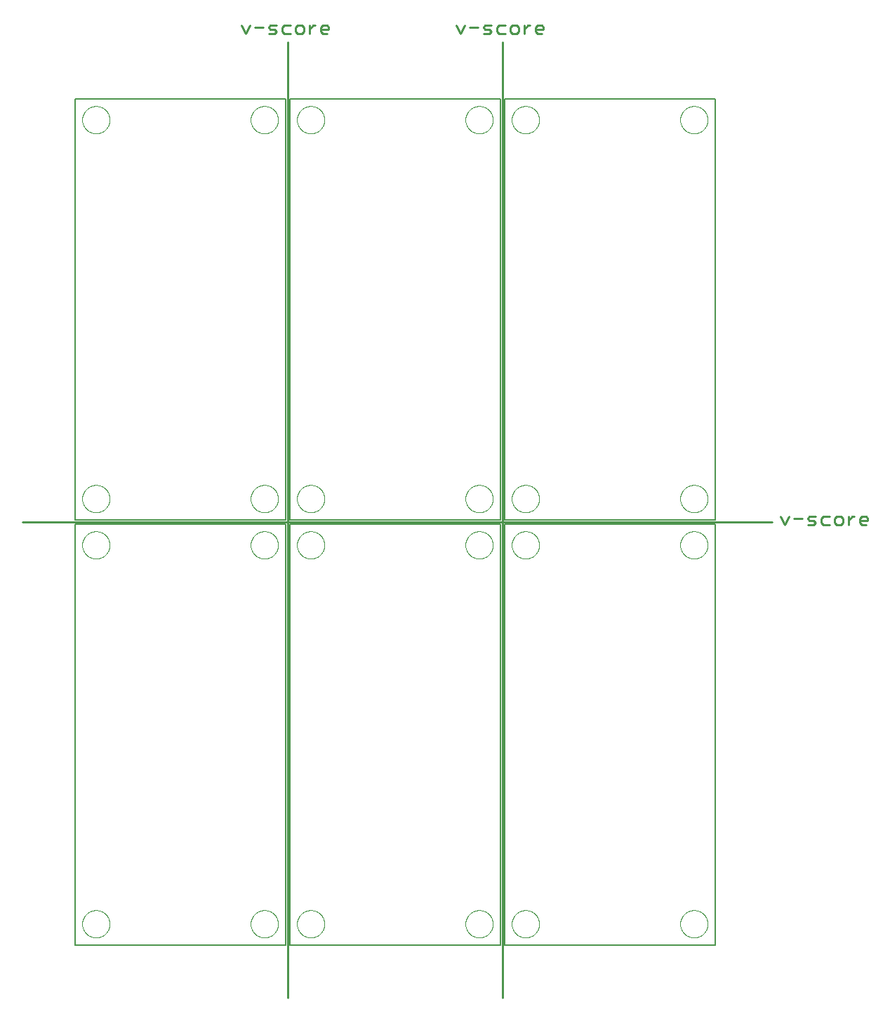
<source format=gko>
G75*
%MOIN*%
%OFA0B0*%
%FSLAX25Y25*%
%IPPOS*%
%LPD*%
%AMOC8*
5,1,8,0,0,1.08239X$1,22.5*
%
%ADD10C,0.00800*%
%ADD11C,0.01000*%
%ADD12C,0.01100*%
%ADD13C,0.00000*%
D10*
X0026500Y0026500D02*
X0026500Y0226500D01*
X0126500Y0226500D01*
X0126500Y0026500D01*
X0026500Y0026500D01*
X0128500Y0026500D02*
X0128500Y0226500D01*
X0228500Y0226500D01*
X0228500Y0026500D01*
X0128500Y0026500D01*
X0230500Y0026500D02*
X0230500Y0226500D01*
X0330500Y0226500D01*
X0330500Y0026500D01*
X0230500Y0026500D01*
X0230500Y0228500D02*
X0230500Y0428500D01*
X0330500Y0428500D01*
X0330500Y0228500D01*
X0230500Y0228500D01*
X0228500Y0228500D02*
X0228500Y0428500D01*
X0128500Y0428500D01*
X0128500Y0228500D01*
X0228500Y0228500D01*
X0126500Y0228500D02*
X0126500Y0428500D01*
X0026500Y0428500D01*
X0026500Y0228500D01*
X0126500Y0228500D01*
D11*
X0001500Y0227500D02*
X0357500Y0227500D01*
X0229500Y0001500D02*
X0229500Y0455500D01*
X0127500Y0455500D02*
X0127500Y0001500D01*
D12*
X0363518Y0226050D02*
X0361550Y0229987D01*
X0365487Y0229987D02*
X0363518Y0226050D01*
X0367995Y0229003D02*
X0371932Y0229003D01*
X0374441Y0229003D02*
X0375425Y0229987D01*
X0378378Y0229987D01*
X0377394Y0228018D02*
X0375425Y0228018D01*
X0374441Y0229003D01*
X0374441Y0226050D02*
X0377394Y0226050D01*
X0378378Y0227034D01*
X0377394Y0228018D01*
X0380886Y0227034D02*
X0381871Y0226050D01*
X0384823Y0226050D01*
X0387332Y0227034D02*
X0388316Y0226050D01*
X0390285Y0226050D01*
X0391269Y0227034D01*
X0391269Y0229003D01*
X0390285Y0229987D01*
X0388316Y0229987D01*
X0387332Y0229003D01*
X0387332Y0227034D01*
X0384823Y0229987D02*
X0381871Y0229987D01*
X0380886Y0229003D01*
X0380886Y0227034D01*
X0393777Y0226050D02*
X0393777Y0229987D01*
X0393777Y0228018D02*
X0395746Y0229987D01*
X0396730Y0229987D01*
X0399149Y0229003D02*
X0400133Y0229987D01*
X0402101Y0229987D01*
X0403085Y0229003D01*
X0403085Y0228018D01*
X0399149Y0228018D01*
X0399149Y0227034D02*
X0399149Y0229003D01*
X0399149Y0227034D02*
X0400133Y0226050D01*
X0402101Y0226050D01*
X0248101Y0459550D02*
X0246133Y0459550D01*
X0245149Y0460534D01*
X0245149Y0462503D01*
X0246133Y0463487D01*
X0248101Y0463487D01*
X0249085Y0462503D01*
X0249085Y0461518D01*
X0245149Y0461518D01*
X0242730Y0463487D02*
X0241746Y0463487D01*
X0239777Y0461518D01*
X0239777Y0459550D02*
X0239777Y0463487D01*
X0237269Y0462503D02*
X0236285Y0463487D01*
X0234316Y0463487D01*
X0233332Y0462503D01*
X0233332Y0460534D01*
X0234316Y0459550D01*
X0236285Y0459550D01*
X0237269Y0460534D01*
X0237269Y0462503D01*
X0230823Y0463487D02*
X0227871Y0463487D01*
X0226886Y0462503D01*
X0226886Y0460534D01*
X0227871Y0459550D01*
X0230823Y0459550D01*
X0224378Y0460534D02*
X0223394Y0459550D01*
X0220441Y0459550D01*
X0221425Y0461518D02*
X0220441Y0462503D01*
X0221425Y0463487D01*
X0224378Y0463487D01*
X0223394Y0461518D02*
X0221425Y0461518D01*
X0223394Y0461518D02*
X0224378Y0460534D01*
X0217932Y0462503D02*
X0213995Y0462503D01*
X0211487Y0463487D02*
X0209518Y0459550D01*
X0207550Y0463487D01*
X0147085Y0462503D02*
X0147085Y0461518D01*
X0143149Y0461518D01*
X0143149Y0460534D02*
X0143149Y0462503D01*
X0144133Y0463487D01*
X0146101Y0463487D01*
X0147085Y0462503D01*
X0146101Y0459550D02*
X0144133Y0459550D01*
X0143149Y0460534D01*
X0140730Y0463487D02*
X0139746Y0463487D01*
X0137777Y0461518D01*
X0137777Y0459550D02*
X0137777Y0463487D01*
X0135269Y0462503D02*
X0134285Y0463487D01*
X0132316Y0463487D01*
X0131332Y0462503D01*
X0131332Y0460534D01*
X0132316Y0459550D01*
X0134285Y0459550D01*
X0135269Y0460534D01*
X0135269Y0462503D01*
X0128823Y0463487D02*
X0125871Y0463487D01*
X0124886Y0462503D01*
X0124886Y0460534D01*
X0125871Y0459550D01*
X0128823Y0459550D01*
X0122378Y0460534D02*
X0121394Y0459550D01*
X0118441Y0459550D01*
X0119425Y0461518D02*
X0118441Y0462503D01*
X0119425Y0463487D01*
X0122378Y0463487D01*
X0121394Y0461518D02*
X0119425Y0461518D01*
X0121394Y0461518D02*
X0122378Y0460534D01*
X0115932Y0462503D02*
X0111995Y0462503D01*
X0109487Y0463487D02*
X0107518Y0459550D01*
X0105550Y0463487D01*
D13*
X0110000Y0418500D02*
X0110002Y0418661D01*
X0110008Y0418821D01*
X0110018Y0418982D01*
X0110032Y0419142D01*
X0110050Y0419302D01*
X0110071Y0419461D01*
X0110097Y0419620D01*
X0110127Y0419778D01*
X0110160Y0419935D01*
X0110198Y0420092D01*
X0110239Y0420247D01*
X0110284Y0420401D01*
X0110333Y0420554D01*
X0110386Y0420706D01*
X0110442Y0420857D01*
X0110503Y0421006D01*
X0110566Y0421154D01*
X0110634Y0421300D01*
X0110705Y0421444D01*
X0110779Y0421586D01*
X0110857Y0421727D01*
X0110939Y0421865D01*
X0111024Y0422002D01*
X0111112Y0422136D01*
X0111204Y0422268D01*
X0111299Y0422398D01*
X0111397Y0422526D01*
X0111498Y0422651D01*
X0111602Y0422773D01*
X0111709Y0422893D01*
X0111819Y0423010D01*
X0111932Y0423125D01*
X0112048Y0423236D01*
X0112167Y0423345D01*
X0112288Y0423450D01*
X0112412Y0423553D01*
X0112538Y0423653D01*
X0112666Y0423749D01*
X0112797Y0423842D01*
X0112931Y0423932D01*
X0113066Y0424019D01*
X0113204Y0424102D01*
X0113343Y0424182D01*
X0113485Y0424258D01*
X0113628Y0424331D01*
X0113773Y0424400D01*
X0113920Y0424466D01*
X0114068Y0424528D01*
X0114218Y0424586D01*
X0114369Y0424641D01*
X0114522Y0424692D01*
X0114676Y0424739D01*
X0114831Y0424782D01*
X0114987Y0424821D01*
X0115143Y0424857D01*
X0115301Y0424888D01*
X0115459Y0424916D01*
X0115618Y0424940D01*
X0115778Y0424960D01*
X0115938Y0424976D01*
X0116098Y0424988D01*
X0116259Y0424996D01*
X0116420Y0425000D01*
X0116580Y0425000D01*
X0116741Y0424996D01*
X0116902Y0424988D01*
X0117062Y0424976D01*
X0117222Y0424960D01*
X0117382Y0424940D01*
X0117541Y0424916D01*
X0117699Y0424888D01*
X0117857Y0424857D01*
X0118013Y0424821D01*
X0118169Y0424782D01*
X0118324Y0424739D01*
X0118478Y0424692D01*
X0118631Y0424641D01*
X0118782Y0424586D01*
X0118932Y0424528D01*
X0119080Y0424466D01*
X0119227Y0424400D01*
X0119372Y0424331D01*
X0119515Y0424258D01*
X0119657Y0424182D01*
X0119796Y0424102D01*
X0119934Y0424019D01*
X0120069Y0423932D01*
X0120203Y0423842D01*
X0120334Y0423749D01*
X0120462Y0423653D01*
X0120588Y0423553D01*
X0120712Y0423450D01*
X0120833Y0423345D01*
X0120952Y0423236D01*
X0121068Y0423125D01*
X0121181Y0423010D01*
X0121291Y0422893D01*
X0121398Y0422773D01*
X0121502Y0422651D01*
X0121603Y0422526D01*
X0121701Y0422398D01*
X0121796Y0422268D01*
X0121888Y0422136D01*
X0121976Y0422002D01*
X0122061Y0421865D01*
X0122143Y0421727D01*
X0122221Y0421586D01*
X0122295Y0421444D01*
X0122366Y0421300D01*
X0122434Y0421154D01*
X0122497Y0421006D01*
X0122558Y0420857D01*
X0122614Y0420706D01*
X0122667Y0420554D01*
X0122716Y0420401D01*
X0122761Y0420247D01*
X0122802Y0420092D01*
X0122840Y0419935D01*
X0122873Y0419778D01*
X0122903Y0419620D01*
X0122929Y0419461D01*
X0122950Y0419302D01*
X0122968Y0419142D01*
X0122982Y0418982D01*
X0122992Y0418821D01*
X0122998Y0418661D01*
X0123000Y0418500D01*
X0122998Y0418339D01*
X0122992Y0418179D01*
X0122982Y0418018D01*
X0122968Y0417858D01*
X0122950Y0417698D01*
X0122929Y0417539D01*
X0122903Y0417380D01*
X0122873Y0417222D01*
X0122840Y0417065D01*
X0122802Y0416908D01*
X0122761Y0416753D01*
X0122716Y0416599D01*
X0122667Y0416446D01*
X0122614Y0416294D01*
X0122558Y0416143D01*
X0122497Y0415994D01*
X0122434Y0415846D01*
X0122366Y0415700D01*
X0122295Y0415556D01*
X0122221Y0415414D01*
X0122143Y0415273D01*
X0122061Y0415135D01*
X0121976Y0414998D01*
X0121888Y0414864D01*
X0121796Y0414732D01*
X0121701Y0414602D01*
X0121603Y0414474D01*
X0121502Y0414349D01*
X0121398Y0414227D01*
X0121291Y0414107D01*
X0121181Y0413990D01*
X0121068Y0413875D01*
X0120952Y0413764D01*
X0120833Y0413655D01*
X0120712Y0413550D01*
X0120588Y0413447D01*
X0120462Y0413347D01*
X0120334Y0413251D01*
X0120203Y0413158D01*
X0120069Y0413068D01*
X0119934Y0412981D01*
X0119796Y0412898D01*
X0119657Y0412818D01*
X0119515Y0412742D01*
X0119372Y0412669D01*
X0119227Y0412600D01*
X0119080Y0412534D01*
X0118932Y0412472D01*
X0118782Y0412414D01*
X0118631Y0412359D01*
X0118478Y0412308D01*
X0118324Y0412261D01*
X0118169Y0412218D01*
X0118013Y0412179D01*
X0117857Y0412143D01*
X0117699Y0412112D01*
X0117541Y0412084D01*
X0117382Y0412060D01*
X0117222Y0412040D01*
X0117062Y0412024D01*
X0116902Y0412012D01*
X0116741Y0412004D01*
X0116580Y0412000D01*
X0116420Y0412000D01*
X0116259Y0412004D01*
X0116098Y0412012D01*
X0115938Y0412024D01*
X0115778Y0412040D01*
X0115618Y0412060D01*
X0115459Y0412084D01*
X0115301Y0412112D01*
X0115143Y0412143D01*
X0114987Y0412179D01*
X0114831Y0412218D01*
X0114676Y0412261D01*
X0114522Y0412308D01*
X0114369Y0412359D01*
X0114218Y0412414D01*
X0114068Y0412472D01*
X0113920Y0412534D01*
X0113773Y0412600D01*
X0113628Y0412669D01*
X0113485Y0412742D01*
X0113343Y0412818D01*
X0113204Y0412898D01*
X0113066Y0412981D01*
X0112931Y0413068D01*
X0112797Y0413158D01*
X0112666Y0413251D01*
X0112538Y0413347D01*
X0112412Y0413447D01*
X0112288Y0413550D01*
X0112167Y0413655D01*
X0112048Y0413764D01*
X0111932Y0413875D01*
X0111819Y0413990D01*
X0111709Y0414107D01*
X0111602Y0414227D01*
X0111498Y0414349D01*
X0111397Y0414474D01*
X0111299Y0414602D01*
X0111204Y0414732D01*
X0111112Y0414864D01*
X0111024Y0414998D01*
X0110939Y0415135D01*
X0110857Y0415273D01*
X0110779Y0415414D01*
X0110705Y0415556D01*
X0110634Y0415700D01*
X0110566Y0415846D01*
X0110503Y0415994D01*
X0110442Y0416143D01*
X0110386Y0416294D01*
X0110333Y0416446D01*
X0110284Y0416599D01*
X0110239Y0416753D01*
X0110198Y0416908D01*
X0110160Y0417065D01*
X0110127Y0417222D01*
X0110097Y0417380D01*
X0110071Y0417539D01*
X0110050Y0417698D01*
X0110032Y0417858D01*
X0110018Y0418018D01*
X0110008Y0418179D01*
X0110002Y0418339D01*
X0110000Y0418500D01*
X0132000Y0418500D02*
X0132002Y0418661D01*
X0132008Y0418821D01*
X0132018Y0418982D01*
X0132032Y0419142D01*
X0132050Y0419302D01*
X0132071Y0419461D01*
X0132097Y0419620D01*
X0132127Y0419778D01*
X0132160Y0419935D01*
X0132198Y0420092D01*
X0132239Y0420247D01*
X0132284Y0420401D01*
X0132333Y0420554D01*
X0132386Y0420706D01*
X0132442Y0420857D01*
X0132503Y0421006D01*
X0132566Y0421154D01*
X0132634Y0421300D01*
X0132705Y0421444D01*
X0132779Y0421586D01*
X0132857Y0421727D01*
X0132939Y0421865D01*
X0133024Y0422002D01*
X0133112Y0422136D01*
X0133204Y0422268D01*
X0133299Y0422398D01*
X0133397Y0422526D01*
X0133498Y0422651D01*
X0133602Y0422773D01*
X0133709Y0422893D01*
X0133819Y0423010D01*
X0133932Y0423125D01*
X0134048Y0423236D01*
X0134167Y0423345D01*
X0134288Y0423450D01*
X0134412Y0423553D01*
X0134538Y0423653D01*
X0134666Y0423749D01*
X0134797Y0423842D01*
X0134931Y0423932D01*
X0135066Y0424019D01*
X0135204Y0424102D01*
X0135343Y0424182D01*
X0135485Y0424258D01*
X0135628Y0424331D01*
X0135773Y0424400D01*
X0135920Y0424466D01*
X0136068Y0424528D01*
X0136218Y0424586D01*
X0136369Y0424641D01*
X0136522Y0424692D01*
X0136676Y0424739D01*
X0136831Y0424782D01*
X0136987Y0424821D01*
X0137143Y0424857D01*
X0137301Y0424888D01*
X0137459Y0424916D01*
X0137618Y0424940D01*
X0137778Y0424960D01*
X0137938Y0424976D01*
X0138098Y0424988D01*
X0138259Y0424996D01*
X0138420Y0425000D01*
X0138580Y0425000D01*
X0138741Y0424996D01*
X0138902Y0424988D01*
X0139062Y0424976D01*
X0139222Y0424960D01*
X0139382Y0424940D01*
X0139541Y0424916D01*
X0139699Y0424888D01*
X0139857Y0424857D01*
X0140013Y0424821D01*
X0140169Y0424782D01*
X0140324Y0424739D01*
X0140478Y0424692D01*
X0140631Y0424641D01*
X0140782Y0424586D01*
X0140932Y0424528D01*
X0141080Y0424466D01*
X0141227Y0424400D01*
X0141372Y0424331D01*
X0141515Y0424258D01*
X0141657Y0424182D01*
X0141796Y0424102D01*
X0141934Y0424019D01*
X0142069Y0423932D01*
X0142203Y0423842D01*
X0142334Y0423749D01*
X0142462Y0423653D01*
X0142588Y0423553D01*
X0142712Y0423450D01*
X0142833Y0423345D01*
X0142952Y0423236D01*
X0143068Y0423125D01*
X0143181Y0423010D01*
X0143291Y0422893D01*
X0143398Y0422773D01*
X0143502Y0422651D01*
X0143603Y0422526D01*
X0143701Y0422398D01*
X0143796Y0422268D01*
X0143888Y0422136D01*
X0143976Y0422002D01*
X0144061Y0421865D01*
X0144143Y0421727D01*
X0144221Y0421586D01*
X0144295Y0421444D01*
X0144366Y0421300D01*
X0144434Y0421154D01*
X0144497Y0421006D01*
X0144558Y0420857D01*
X0144614Y0420706D01*
X0144667Y0420554D01*
X0144716Y0420401D01*
X0144761Y0420247D01*
X0144802Y0420092D01*
X0144840Y0419935D01*
X0144873Y0419778D01*
X0144903Y0419620D01*
X0144929Y0419461D01*
X0144950Y0419302D01*
X0144968Y0419142D01*
X0144982Y0418982D01*
X0144992Y0418821D01*
X0144998Y0418661D01*
X0145000Y0418500D01*
X0144998Y0418339D01*
X0144992Y0418179D01*
X0144982Y0418018D01*
X0144968Y0417858D01*
X0144950Y0417698D01*
X0144929Y0417539D01*
X0144903Y0417380D01*
X0144873Y0417222D01*
X0144840Y0417065D01*
X0144802Y0416908D01*
X0144761Y0416753D01*
X0144716Y0416599D01*
X0144667Y0416446D01*
X0144614Y0416294D01*
X0144558Y0416143D01*
X0144497Y0415994D01*
X0144434Y0415846D01*
X0144366Y0415700D01*
X0144295Y0415556D01*
X0144221Y0415414D01*
X0144143Y0415273D01*
X0144061Y0415135D01*
X0143976Y0414998D01*
X0143888Y0414864D01*
X0143796Y0414732D01*
X0143701Y0414602D01*
X0143603Y0414474D01*
X0143502Y0414349D01*
X0143398Y0414227D01*
X0143291Y0414107D01*
X0143181Y0413990D01*
X0143068Y0413875D01*
X0142952Y0413764D01*
X0142833Y0413655D01*
X0142712Y0413550D01*
X0142588Y0413447D01*
X0142462Y0413347D01*
X0142334Y0413251D01*
X0142203Y0413158D01*
X0142069Y0413068D01*
X0141934Y0412981D01*
X0141796Y0412898D01*
X0141657Y0412818D01*
X0141515Y0412742D01*
X0141372Y0412669D01*
X0141227Y0412600D01*
X0141080Y0412534D01*
X0140932Y0412472D01*
X0140782Y0412414D01*
X0140631Y0412359D01*
X0140478Y0412308D01*
X0140324Y0412261D01*
X0140169Y0412218D01*
X0140013Y0412179D01*
X0139857Y0412143D01*
X0139699Y0412112D01*
X0139541Y0412084D01*
X0139382Y0412060D01*
X0139222Y0412040D01*
X0139062Y0412024D01*
X0138902Y0412012D01*
X0138741Y0412004D01*
X0138580Y0412000D01*
X0138420Y0412000D01*
X0138259Y0412004D01*
X0138098Y0412012D01*
X0137938Y0412024D01*
X0137778Y0412040D01*
X0137618Y0412060D01*
X0137459Y0412084D01*
X0137301Y0412112D01*
X0137143Y0412143D01*
X0136987Y0412179D01*
X0136831Y0412218D01*
X0136676Y0412261D01*
X0136522Y0412308D01*
X0136369Y0412359D01*
X0136218Y0412414D01*
X0136068Y0412472D01*
X0135920Y0412534D01*
X0135773Y0412600D01*
X0135628Y0412669D01*
X0135485Y0412742D01*
X0135343Y0412818D01*
X0135204Y0412898D01*
X0135066Y0412981D01*
X0134931Y0413068D01*
X0134797Y0413158D01*
X0134666Y0413251D01*
X0134538Y0413347D01*
X0134412Y0413447D01*
X0134288Y0413550D01*
X0134167Y0413655D01*
X0134048Y0413764D01*
X0133932Y0413875D01*
X0133819Y0413990D01*
X0133709Y0414107D01*
X0133602Y0414227D01*
X0133498Y0414349D01*
X0133397Y0414474D01*
X0133299Y0414602D01*
X0133204Y0414732D01*
X0133112Y0414864D01*
X0133024Y0414998D01*
X0132939Y0415135D01*
X0132857Y0415273D01*
X0132779Y0415414D01*
X0132705Y0415556D01*
X0132634Y0415700D01*
X0132566Y0415846D01*
X0132503Y0415994D01*
X0132442Y0416143D01*
X0132386Y0416294D01*
X0132333Y0416446D01*
X0132284Y0416599D01*
X0132239Y0416753D01*
X0132198Y0416908D01*
X0132160Y0417065D01*
X0132127Y0417222D01*
X0132097Y0417380D01*
X0132071Y0417539D01*
X0132050Y0417698D01*
X0132032Y0417858D01*
X0132018Y0418018D01*
X0132008Y0418179D01*
X0132002Y0418339D01*
X0132000Y0418500D01*
X0212000Y0418500D02*
X0212002Y0418661D01*
X0212008Y0418821D01*
X0212018Y0418982D01*
X0212032Y0419142D01*
X0212050Y0419302D01*
X0212071Y0419461D01*
X0212097Y0419620D01*
X0212127Y0419778D01*
X0212160Y0419935D01*
X0212198Y0420092D01*
X0212239Y0420247D01*
X0212284Y0420401D01*
X0212333Y0420554D01*
X0212386Y0420706D01*
X0212442Y0420857D01*
X0212503Y0421006D01*
X0212566Y0421154D01*
X0212634Y0421300D01*
X0212705Y0421444D01*
X0212779Y0421586D01*
X0212857Y0421727D01*
X0212939Y0421865D01*
X0213024Y0422002D01*
X0213112Y0422136D01*
X0213204Y0422268D01*
X0213299Y0422398D01*
X0213397Y0422526D01*
X0213498Y0422651D01*
X0213602Y0422773D01*
X0213709Y0422893D01*
X0213819Y0423010D01*
X0213932Y0423125D01*
X0214048Y0423236D01*
X0214167Y0423345D01*
X0214288Y0423450D01*
X0214412Y0423553D01*
X0214538Y0423653D01*
X0214666Y0423749D01*
X0214797Y0423842D01*
X0214931Y0423932D01*
X0215066Y0424019D01*
X0215204Y0424102D01*
X0215343Y0424182D01*
X0215485Y0424258D01*
X0215628Y0424331D01*
X0215773Y0424400D01*
X0215920Y0424466D01*
X0216068Y0424528D01*
X0216218Y0424586D01*
X0216369Y0424641D01*
X0216522Y0424692D01*
X0216676Y0424739D01*
X0216831Y0424782D01*
X0216987Y0424821D01*
X0217143Y0424857D01*
X0217301Y0424888D01*
X0217459Y0424916D01*
X0217618Y0424940D01*
X0217778Y0424960D01*
X0217938Y0424976D01*
X0218098Y0424988D01*
X0218259Y0424996D01*
X0218420Y0425000D01*
X0218580Y0425000D01*
X0218741Y0424996D01*
X0218902Y0424988D01*
X0219062Y0424976D01*
X0219222Y0424960D01*
X0219382Y0424940D01*
X0219541Y0424916D01*
X0219699Y0424888D01*
X0219857Y0424857D01*
X0220013Y0424821D01*
X0220169Y0424782D01*
X0220324Y0424739D01*
X0220478Y0424692D01*
X0220631Y0424641D01*
X0220782Y0424586D01*
X0220932Y0424528D01*
X0221080Y0424466D01*
X0221227Y0424400D01*
X0221372Y0424331D01*
X0221515Y0424258D01*
X0221657Y0424182D01*
X0221796Y0424102D01*
X0221934Y0424019D01*
X0222069Y0423932D01*
X0222203Y0423842D01*
X0222334Y0423749D01*
X0222462Y0423653D01*
X0222588Y0423553D01*
X0222712Y0423450D01*
X0222833Y0423345D01*
X0222952Y0423236D01*
X0223068Y0423125D01*
X0223181Y0423010D01*
X0223291Y0422893D01*
X0223398Y0422773D01*
X0223502Y0422651D01*
X0223603Y0422526D01*
X0223701Y0422398D01*
X0223796Y0422268D01*
X0223888Y0422136D01*
X0223976Y0422002D01*
X0224061Y0421865D01*
X0224143Y0421727D01*
X0224221Y0421586D01*
X0224295Y0421444D01*
X0224366Y0421300D01*
X0224434Y0421154D01*
X0224497Y0421006D01*
X0224558Y0420857D01*
X0224614Y0420706D01*
X0224667Y0420554D01*
X0224716Y0420401D01*
X0224761Y0420247D01*
X0224802Y0420092D01*
X0224840Y0419935D01*
X0224873Y0419778D01*
X0224903Y0419620D01*
X0224929Y0419461D01*
X0224950Y0419302D01*
X0224968Y0419142D01*
X0224982Y0418982D01*
X0224992Y0418821D01*
X0224998Y0418661D01*
X0225000Y0418500D01*
X0224998Y0418339D01*
X0224992Y0418179D01*
X0224982Y0418018D01*
X0224968Y0417858D01*
X0224950Y0417698D01*
X0224929Y0417539D01*
X0224903Y0417380D01*
X0224873Y0417222D01*
X0224840Y0417065D01*
X0224802Y0416908D01*
X0224761Y0416753D01*
X0224716Y0416599D01*
X0224667Y0416446D01*
X0224614Y0416294D01*
X0224558Y0416143D01*
X0224497Y0415994D01*
X0224434Y0415846D01*
X0224366Y0415700D01*
X0224295Y0415556D01*
X0224221Y0415414D01*
X0224143Y0415273D01*
X0224061Y0415135D01*
X0223976Y0414998D01*
X0223888Y0414864D01*
X0223796Y0414732D01*
X0223701Y0414602D01*
X0223603Y0414474D01*
X0223502Y0414349D01*
X0223398Y0414227D01*
X0223291Y0414107D01*
X0223181Y0413990D01*
X0223068Y0413875D01*
X0222952Y0413764D01*
X0222833Y0413655D01*
X0222712Y0413550D01*
X0222588Y0413447D01*
X0222462Y0413347D01*
X0222334Y0413251D01*
X0222203Y0413158D01*
X0222069Y0413068D01*
X0221934Y0412981D01*
X0221796Y0412898D01*
X0221657Y0412818D01*
X0221515Y0412742D01*
X0221372Y0412669D01*
X0221227Y0412600D01*
X0221080Y0412534D01*
X0220932Y0412472D01*
X0220782Y0412414D01*
X0220631Y0412359D01*
X0220478Y0412308D01*
X0220324Y0412261D01*
X0220169Y0412218D01*
X0220013Y0412179D01*
X0219857Y0412143D01*
X0219699Y0412112D01*
X0219541Y0412084D01*
X0219382Y0412060D01*
X0219222Y0412040D01*
X0219062Y0412024D01*
X0218902Y0412012D01*
X0218741Y0412004D01*
X0218580Y0412000D01*
X0218420Y0412000D01*
X0218259Y0412004D01*
X0218098Y0412012D01*
X0217938Y0412024D01*
X0217778Y0412040D01*
X0217618Y0412060D01*
X0217459Y0412084D01*
X0217301Y0412112D01*
X0217143Y0412143D01*
X0216987Y0412179D01*
X0216831Y0412218D01*
X0216676Y0412261D01*
X0216522Y0412308D01*
X0216369Y0412359D01*
X0216218Y0412414D01*
X0216068Y0412472D01*
X0215920Y0412534D01*
X0215773Y0412600D01*
X0215628Y0412669D01*
X0215485Y0412742D01*
X0215343Y0412818D01*
X0215204Y0412898D01*
X0215066Y0412981D01*
X0214931Y0413068D01*
X0214797Y0413158D01*
X0214666Y0413251D01*
X0214538Y0413347D01*
X0214412Y0413447D01*
X0214288Y0413550D01*
X0214167Y0413655D01*
X0214048Y0413764D01*
X0213932Y0413875D01*
X0213819Y0413990D01*
X0213709Y0414107D01*
X0213602Y0414227D01*
X0213498Y0414349D01*
X0213397Y0414474D01*
X0213299Y0414602D01*
X0213204Y0414732D01*
X0213112Y0414864D01*
X0213024Y0414998D01*
X0212939Y0415135D01*
X0212857Y0415273D01*
X0212779Y0415414D01*
X0212705Y0415556D01*
X0212634Y0415700D01*
X0212566Y0415846D01*
X0212503Y0415994D01*
X0212442Y0416143D01*
X0212386Y0416294D01*
X0212333Y0416446D01*
X0212284Y0416599D01*
X0212239Y0416753D01*
X0212198Y0416908D01*
X0212160Y0417065D01*
X0212127Y0417222D01*
X0212097Y0417380D01*
X0212071Y0417539D01*
X0212050Y0417698D01*
X0212032Y0417858D01*
X0212018Y0418018D01*
X0212008Y0418179D01*
X0212002Y0418339D01*
X0212000Y0418500D01*
X0234000Y0418500D02*
X0234002Y0418661D01*
X0234008Y0418821D01*
X0234018Y0418982D01*
X0234032Y0419142D01*
X0234050Y0419302D01*
X0234071Y0419461D01*
X0234097Y0419620D01*
X0234127Y0419778D01*
X0234160Y0419935D01*
X0234198Y0420092D01*
X0234239Y0420247D01*
X0234284Y0420401D01*
X0234333Y0420554D01*
X0234386Y0420706D01*
X0234442Y0420857D01*
X0234503Y0421006D01*
X0234566Y0421154D01*
X0234634Y0421300D01*
X0234705Y0421444D01*
X0234779Y0421586D01*
X0234857Y0421727D01*
X0234939Y0421865D01*
X0235024Y0422002D01*
X0235112Y0422136D01*
X0235204Y0422268D01*
X0235299Y0422398D01*
X0235397Y0422526D01*
X0235498Y0422651D01*
X0235602Y0422773D01*
X0235709Y0422893D01*
X0235819Y0423010D01*
X0235932Y0423125D01*
X0236048Y0423236D01*
X0236167Y0423345D01*
X0236288Y0423450D01*
X0236412Y0423553D01*
X0236538Y0423653D01*
X0236666Y0423749D01*
X0236797Y0423842D01*
X0236931Y0423932D01*
X0237066Y0424019D01*
X0237204Y0424102D01*
X0237343Y0424182D01*
X0237485Y0424258D01*
X0237628Y0424331D01*
X0237773Y0424400D01*
X0237920Y0424466D01*
X0238068Y0424528D01*
X0238218Y0424586D01*
X0238369Y0424641D01*
X0238522Y0424692D01*
X0238676Y0424739D01*
X0238831Y0424782D01*
X0238987Y0424821D01*
X0239143Y0424857D01*
X0239301Y0424888D01*
X0239459Y0424916D01*
X0239618Y0424940D01*
X0239778Y0424960D01*
X0239938Y0424976D01*
X0240098Y0424988D01*
X0240259Y0424996D01*
X0240420Y0425000D01*
X0240580Y0425000D01*
X0240741Y0424996D01*
X0240902Y0424988D01*
X0241062Y0424976D01*
X0241222Y0424960D01*
X0241382Y0424940D01*
X0241541Y0424916D01*
X0241699Y0424888D01*
X0241857Y0424857D01*
X0242013Y0424821D01*
X0242169Y0424782D01*
X0242324Y0424739D01*
X0242478Y0424692D01*
X0242631Y0424641D01*
X0242782Y0424586D01*
X0242932Y0424528D01*
X0243080Y0424466D01*
X0243227Y0424400D01*
X0243372Y0424331D01*
X0243515Y0424258D01*
X0243657Y0424182D01*
X0243796Y0424102D01*
X0243934Y0424019D01*
X0244069Y0423932D01*
X0244203Y0423842D01*
X0244334Y0423749D01*
X0244462Y0423653D01*
X0244588Y0423553D01*
X0244712Y0423450D01*
X0244833Y0423345D01*
X0244952Y0423236D01*
X0245068Y0423125D01*
X0245181Y0423010D01*
X0245291Y0422893D01*
X0245398Y0422773D01*
X0245502Y0422651D01*
X0245603Y0422526D01*
X0245701Y0422398D01*
X0245796Y0422268D01*
X0245888Y0422136D01*
X0245976Y0422002D01*
X0246061Y0421865D01*
X0246143Y0421727D01*
X0246221Y0421586D01*
X0246295Y0421444D01*
X0246366Y0421300D01*
X0246434Y0421154D01*
X0246497Y0421006D01*
X0246558Y0420857D01*
X0246614Y0420706D01*
X0246667Y0420554D01*
X0246716Y0420401D01*
X0246761Y0420247D01*
X0246802Y0420092D01*
X0246840Y0419935D01*
X0246873Y0419778D01*
X0246903Y0419620D01*
X0246929Y0419461D01*
X0246950Y0419302D01*
X0246968Y0419142D01*
X0246982Y0418982D01*
X0246992Y0418821D01*
X0246998Y0418661D01*
X0247000Y0418500D01*
X0246998Y0418339D01*
X0246992Y0418179D01*
X0246982Y0418018D01*
X0246968Y0417858D01*
X0246950Y0417698D01*
X0246929Y0417539D01*
X0246903Y0417380D01*
X0246873Y0417222D01*
X0246840Y0417065D01*
X0246802Y0416908D01*
X0246761Y0416753D01*
X0246716Y0416599D01*
X0246667Y0416446D01*
X0246614Y0416294D01*
X0246558Y0416143D01*
X0246497Y0415994D01*
X0246434Y0415846D01*
X0246366Y0415700D01*
X0246295Y0415556D01*
X0246221Y0415414D01*
X0246143Y0415273D01*
X0246061Y0415135D01*
X0245976Y0414998D01*
X0245888Y0414864D01*
X0245796Y0414732D01*
X0245701Y0414602D01*
X0245603Y0414474D01*
X0245502Y0414349D01*
X0245398Y0414227D01*
X0245291Y0414107D01*
X0245181Y0413990D01*
X0245068Y0413875D01*
X0244952Y0413764D01*
X0244833Y0413655D01*
X0244712Y0413550D01*
X0244588Y0413447D01*
X0244462Y0413347D01*
X0244334Y0413251D01*
X0244203Y0413158D01*
X0244069Y0413068D01*
X0243934Y0412981D01*
X0243796Y0412898D01*
X0243657Y0412818D01*
X0243515Y0412742D01*
X0243372Y0412669D01*
X0243227Y0412600D01*
X0243080Y0412534D01*
X0242932Y0412472D01*
X0242782Y0412414D01*
X0242631Y0412359D01*
X0242478Y0412308D01*
X0242324Y0412261D01*
X0242169Y0412218D01*
X0242013Y0412179D01*
X0241857Y0412143D01*
X0241699Y0412112D01*
X0241541Y0412084D01*
X0241382Y0412060D01*
X0241222Y0412040D01*
X0241062Y0412024D01*
X0240902Y0412012D01*
X0240741Y0412004D01*
X0240580Y0412000D01*
X0240420Y0412000D01*
X0240259Y0412004D01*
X0240098Y0412012D01*
X0239938Y0412024D01*
X0239778Y0412040D01*
X0239618Y0412060D01*
X0239459Y0412084D01*
X0239301Y0412112D01*
X0239143Y0412143D01*
X0238987Y0412179D01*
X0238831Y0412218D01*
X0238676Y0412261D01*
X0238522Y0412308D01*
X0238369Y0412359D01*
X0238218Y0412414D01*
X0238068Y0412472D01*
X0237920Y0412534D01*
X0237773Y0412600D01*
X0237628Y0412669D01*
X0237485Y0412742D01*
X0237343Y0412818D01*
X0237204Y0412898D01*
X0237066Y0412981D01*
X0236931Y0413068D01*
X0236797Y0413158D01*
X0236666Y0413251D01*
X0236538Y0413347D01*
X0236412Y0413447D01*
X0236288Y0413550D01*
X0236167Y0413655D01*
X0236048Y0413764D01*
X0235932Y0413875D01*
X0235819Y0413990D01*
X0235709Y0414107D01*
X0235602Y0414227D01*
X0235498Y0414349D01*
X0235397Y0414474D01*
X0235299Y0414602D01*
X0235204Y0414732D01*
X0235112Y0414864D01*
X0235024Y0414998D01*
X0234939Y0415135D01*
X0234857Y0415273D01*
X0234779Y0415414D01*
X0234705Y0415556D01*
X0234634Y0415700D01*
X0234566Y0415846D01*
X0234503Y0415994D01*
X0234442Y0416143D01*
X0234386Y0416294D01*
X0234333Y0416446D01*
X0234284Y0416599D01*
X0234239Y0416753D01*
X0234198Y0416908D01*
X0234160Y0417065D01*
X0234127Y0417222D01*
X0234097Y0417380D01*
X0234071Y0417539D01*
X0234050Y0417698D01*
X0234032Y0417858D01*
X0234018Y0418018D01*
X0234008Y0418179D01*
X0234002Y0418339D01*
X0234000Y0418500D01*
X0314000Y0418500D02*
X0314002Y0418661D01*
X0314008Y0418821D01*
X0314018Y0418982D01*
X0314032Y0419142D01*
X0314050Y0419302D01*
X0314071Y0419461D01*
X0314097Y0419620D01*
X0314127Y0419778D01*
X0314160Y0419935D01*
X0314198Y0420092D01*
X0314239Y0420247D01*
X0314284Y0420401D01*
X0314333Y0420554D01*
X0314386Y0420706D01*
X0314442Y0420857D01*
X0314503Y0421006D01*
X0314566Y0421154D01*
X0314634Y0421300D01*
X0314705Y0421444D01*
X0314779Y0421586D01*
X0314857Y0421727D01*
X0314939Y0421865D01*
X0315024Y0422002D01*
X0315112Y0422136D01*
X0315204Y0422268D01*
X0315299Y0422398D01*
X0315397Y0422526D01*
X0315498Y0422651D01*
X0315602Y0422773D01*
X0315709Y0422893D01*
X0315819Y0423010D01*
X0315932Y0423125D01*
X0316048Y0423236D01*
X0316167Y0423345D01*
X0316288Y0423450D01*
X0316412Y0423553D01*
X0316538Y0423653D01*
X0316666Y0423749D01*
X0316797Y0423842D01*
X0316931Y0423932D01*
X0317066Y0424019D01*
X0317204Y0424102D01*
X0317343Y0424182D01*
X0317485Y0424258D01*
X0317628Y0424331D01*
X0317773Y0424400D01*
X0317920Y0424466D01*
X0318068Y0424528D01*
X0318218Y0424586D01*
X0318369Y0424641D01*
X0318522Y0424692D01*
X0318676Y0424739D01*
X0318831Y0424782D01*
X0318987Y0424821D01*
X0319143Y0424857D01*
X0319301Y0424888D01*
X0319459Y0424916D01*
X0319618Y0424940D01*
X0319778Y0424960D01*
X0319938Y0424976D01*
X0320098Y0424988D01*
X0320259Y0424996D01*
X0320420Y0425000D01*
X0320580Y0425000D01*
X0320741Y0424996D01*
X0320902Y0424988D01*
X0321062Y0424976D01*
X0321222Y0424960D01*
X0321382Y0424940D01*
X0321541Y0424916D01*
X0321699Y0424888D01*
X0321857Y0424857D01*
X0322013Y0424821D01*
X0322169Y0424782D01*
X0322324Y0424739D01*
X0322478Y0424692D01*
X0322631Y0424641D01*
X0322782Y0424586D01*
X0322932Y0424528D01*
X0323080Y0424466D01*
X0323227Y0424400D01*
X0323372Y0424331D01*
X0323515Y0424258D01*
X0323657Y0424182D01*
X0323796Y0424102D01*
X0323934Y0424019D01*
X0324069Y0423932D01*
X0324203Y0423842D01*
X0324334Y0423749D01*
X0324462Y0423653D01*
X0324588Y0423553D01*
X0324712Y0423450D01*
X0324833Y0423345D01*
X0324952Y0423236D01*
X0325068Y0423125D01*
X0325181Y0423010D01*
X0325291Y0422893D01*
X0325398Y0422773D01*
X0325502Y0422651D01*
X0325603Y0422526D01*
X0325701Y0422398D01*
X0325796Y0422268D01*
X0325888Y0422136D01*
X0325976Y0422002D01*
X0326061Y0421865D01*
X0326143Y0421727D01*
X0326221Y0421586D01*
X0326295Y0421444D01*
X0326366Y0421300D01*
X0326434Y0421154D01*
X0326497Y0421006D01*
X0326558Y0420857D01*
X0326614Y0420706D01*
X0326667Y0420554D01*
X0326716Y0420401D01*
X0326761Y0420247D01*
X0326802Y0420092D01*
X0326840Y0419935D01*
X0326873Y0419778D01*
X0326903Y0419620D01*
X0326929Y0419461D01*
X0326950Y0419302D01*
X0326968Y0419142D01*
X0326982Y0418982D01*
X0326992Y0418821D01*
X0326998Y0418661D01*
X0327000Y0418500D01*
X0326998Y0418339D01*
X0326992Y0418179D01*
X0326982Y0418018D01*
X0326968Y0417858D01*
X0326950Y0417698D01*
X0326929Y0417539D01*
X0326903Y0417380D01*
X0326873Y0417222D01*
X0326840Y0417065D01*
X0326802Y0416908D01*
X0326761Y0416753D01*
X0326716Y0416599D01*
X0326667Y0416446D01*
X0326614Y0416294D01*
X0326558Y0416143D01*
X0326497Y0415994D01*
X0326434Y0415846D01*
X0326366Y0415700D01*
X0326295Y0415556D01*
X0326221Y0415414D01*
X0326143Y0415273D01*
X0326061Y0415135D01*
X0325976Y0414998D01*
X0325888Y0414864D01*
X0325796Y0414732D01*
X0325701Y0414602D01*
X0325603Y0414474D01*
X0325502Y0414349D01*
X0325398Y0414227D01*
X0325291Y0414107D01*
X0325181Y0413990D01*
X0325068Y0413875D01*
X0324952Y0413764D01*
X0324833Y0413655D01*
X0324712Y0413550D01*
X0324588Y0413447D01*
X0324462Y0413347D01*
X0324334Y0413251D01*
X0324203Y0413158D01*
X0324069Y0413068D01*
X0323934Y0412981D01*
X0323796Y0412898D01*
X0323657Y0412818D01*
X0323515Y0412742D01*
X0323372Y0412669D01*
X0323227Y0412600D01*
X0323080Y0412534D01*
X0322932Y0412472D01*
X0322782Y0412414D01*
X0322631Y0412359D01*
X0322478Y0412308D01*
X0322324Y0412261D01*
X0322169Y0412218D01*
X0322013Y0412179D01*
X0321857Y0412143D01*
X0321699Y0412112D01*
X0321541Y0412084D01*
X0321382Y0412060D01*
X0321222Y0412040D01*
X0321062Y0412024D01*
X0320902Y0412012D01*
X0320741Y0412004D01*
X0320580Y0412000D01*
X0320420Y0412000D01*
X0320259Y0412004D01*
X0320098Y0412012D01*
X0319938Y0412024D01*
X0319778Y0412040D01*
X0319618Y0412060D01*
X0319459Y0412084D01*
X0319301Y0412112D01*
X0319143Y0412143D01*
X0318987Y0412179D01*
X0318831Y0412218D01*
X0318676Y0412261D01*
X0318522Y0412308D01*
X0318369Y0412359D01*
X0318218Y0412414D01*
X0318068Y0412472D01*
X0317920Y0412534D01*
X0317773Y0412600D01*
X0317628Y0412669D01*
X0317485Y0412742D01*
X0317343Y0412818D01*
X0317204Y0412898D01*
X0317066Y0412981D01*
X0316931Y0413068D01*
X0316797Y0413158D01*
X0316666Y0413251D01*
X0316538Y0413347D01*
X0316412Y0413447D01*
X0316288Y0413550D01*
X0316167Y0413655D01*
X0316048Y0413764D01*
X0315932Y0413875D01*
X0315819Y0413990D01*
X0315709Y0414107D01*
X0315602Y0414227D01*
X0315498Y0414349D01*
X0315397Y0414474D01*
X0315299Y0414602D01*
X0315204Y0414732D01*
X0315112Y0414864D01*
X0315024Y0414998D01*
X0314939Y0415135D01*
X0314857Y0415273D01*
X0314779Y0415414D01*
X0314705Y0415556D01*
X0314634Y0415700D01*
X0314566Y0415846D01*
X0314503Y0415994D01*
X0314442Y0416143D01*
X0314386Y0416294D01*
X0314333Y0416446D01*
X0314284Y0416599D01*
X0314239Y0416753D01*
X0314198Y0416908D01*
X0314160Y0417065D01*
X0314127Y0417222D01*
X0314097Y0417380D01*
X0314071Y0417539D01*
X0314050Y0417698D01*
X0314032Y0417858D01*
X0314018Y0418018D01*
X0314008Y0418179D01*
X0314002Y0418339D01*
X0314000Y0418500D01*
X0314000Y0238500D02*
X0314002Y0238661D01*
X0314008Y0238821D01*
X0314018Y0238982D01*
X0314032Y0239142D01*
X0314050Y0239302D01*
X0314071Y0239461D01*
X0314097Y0239620D01*
X0314127Y0239778D01*
X0314160Y0239935D01*
X0314198Y0240092D01*
X0314239Y0240247D01*
X0314284Y0240401D01*
X0314333Y0240554D01*
X0314386Y0240706D01*
X0314442Y0240857D01*
X0314503Y0241006D01*
X0314566Y0241154D01*
X0314634Y0241300D01*
X0314705Y0241444D01*
X0314779Y0241586D01*
X0314857Y0241727D01*
X0314939Y0241865D01*
X0315024Y0242002D01*
X0315112Y0242136D01*
X0315204Y0242268D01*
X0315299Y0242398D01*
X0315397Y0242526D01*
X0315498Y0242651D01*
X0315602Y0242773D01*
X0315709Y0242893D01*
X0315819Y0243010D01*
X0315932Y0243125D01*
X0316048Y0243236D01*
X0316167Y0243345D01*
X0316288Y0243450D01*
X0316412Y0243553D01*
X0316538Y0243653D01*
X0316666Y0243749D01*
X0316797Y0243842D01*
X0316931Y0243932D01*
X0317066Y0244019D01*
X0317204Y0244102D01*
X0317343Y0244182D01*
X0317485Y0244258D01*
X0317628Y0244331D01*
X0317773Y0244400D01*
X0317920Y0244466D01*
X0318068Y0244528D01*
X0318218Y0244586D01*
X0318369Y0244641D01*
X0318522Y0244692D01*
X0318676Y0244739D01*
X0318831Y0244782D01*
X0318987Y0244821D01*
X0319143Y0244857D01*
X0319301Y0244888D01*
X0319459Y0244916D01*
X0319618Y0244940D01*
X0319778Y0244960D01*
X0319938Y0244976D01*
X0320098Y0244988D01*
X0320259Y0244996D01*
X0320420Y0245000D01*
X0320580Y0245000D01*
X0320741Y0244996D01*
X0320902Y0244988D01*
X0321062Y0244976D01*
X0321222Y0244960D01*
X0321382Y0244940D01*
X0321541Y0244916D01*
X0321699Y0244888D01*
X0321857Y0244857D01*
X0322013Y0244821D01*
X0322169Y0244782D01*
X0322324Y0244739D01*
X0322478Y0244692D01*
X0322631Y0244641D01*
X0322782Y0244586D01*
X0322932Y0244528D01*
X0323080Y0244466D01*
X0323227Y0244400D01*
X0323372Y0244331D01*
X0323515Y0244258D01*
X0323657Y0244182D01*
X0323796Y0244102D01*
X0323934Y0244019D01*
X0324069Y0243932D01*
X0324203Y0243842D01*
X0324334Y0243749D01*
X0324462Y0243653D01*
X0324588Y0243553D01*
X0324712Y0243450D01*
X0324833Y0243345D01*
X0324952Y0243236D01*
X0325068Y0243125D01*
X0325181Y0243010D01*
X0325291Y0242893D01*
X0325398Y0242773D01*
X0325502Y0242651D01*
X0325603Y0242526D01*
X0325701Y0242398D01*
X0325796Y0242268D01*
X0325888Y0242136D01*
X0325976Y0242002D01*
X0326061Y0241865D01*
X0326143Y0241727D01*
X0326221Y0241586D01*
X0326295Y0241444D01*
X0326366Y0241300D01*
X0326434Y0241154D01*
X0326497Y0241006D01*
X0326558Y0240857D01*
X0326614Y0240706D01*
X0326667Y0240554D01*
X0326716Y0240401D01*
X0326761Y0240247D01*
X0326802Y0240092D01*
X0326840Y0239935D01*
X0326873Y0239778D01*
X0326903Y0239620D01*
X0326929Y0239461D01*
X0326950Y0239302D01*
X0326968Y0239142D01*
X0326982Y0238982D01*
X0326992Y0238821D01*
X0326998Y0238661D01*
X0327000Y0238500D01*
X0326998Y0238339D01*
X0326992Y0238179D01*
X0326982Y0238018D01*
X0326968Y0237858D01*
X0326950Y0237698D01*
X0326929Y0237539D01*
X0326903Y0237380D01*
X0326873Y0237222D01*
X0326840Y0237065D01*
X0326802Y0236908D01*
X0326761Y0236753D01*
X0326716Y0236599D01*
X0326667Y0236446D01*
X0326614Y0236294D01*
X0326558Y0236143D01*
X0326497Y0235994D01*
X0326434Y0235846D01*
X0326366Y0235700D01*
X0326295Y0235556D01*
X0326221Y0235414D01*
X0326143Y0235273D01*
X0326061Y0235135D01*
X0325976Y0234998D01*
X0325888Y0234864D01*
X0325796Y0234732D01*
X0325701Y0234602D01*
X0325603Y0234474D01*
X0325502Y0234349D01*
X0325398Y0234227D01*
X0325291Y0234107D01*
X0325181Y0233990D01*
X0325068Y0233875D01*
X0324952Y0233764D01*
X0324833Y0233655D01*
X0324712Y0233550D01*
X0324588Y0233447D01*
X0324462Y0233347D01*
X0324334Y0233251D01*
X0324203Y0233158D01*
X0324069Y0233068D01*
X0323934Y0232981D01*
X0323796Y0232898D01*
X0323657Y0232818D01*
X0323515Y0232742D01*
X0323372Y0232669D01*
X0323227Y0232600D01*
X0323080Y0232534D01*
X0322932Y0232472D01*
X0322782Y0232414D01*
X0322631Y0232359D01*
X0322478Y0232308D01*
X0322324Y0232261D01*
X0322169Y0232218D01*
X0322013Y0232179D01*
X0321857Y0232143D01*
X0321699Y0232112D01*
X0321541Y0232084D01*
X0321382Y0232060D01*
X0321222Y0232040D01*
X0321062Y0232024D01*
X0320902Y0232012D01*
X0320741Y0232004D01*
X0320580Y0232000D01*
X0320420Y0232000D01*
X0320259Y0232004D01*
X0320098Y0232012D01*
X0319938Y0232024D01*
X0319778Y0232040D01*
X0319618Y0232060D01*
X0319459Y0232084D01*
X0319301Y0232112D01*
X0319143Y0232143D01*
X0318987Y0232179D01*
X0318831Y0232218D01*
X0318676Y0232261D01*
X0318522Y0232308D01*
X0318369Y0232359D01*
X0318218Y0232414D01*
X0318068Y0232472D01*
X0317920Y0232534D01*
X0317773Y0232600D01*
X0317628Y0232669D01*
X0317485Y0232742D01*
X0317343Y0232818D01*
X0317204Y0232898D01*
X0317066Y0232981D01*
X0316931Y0233068D01*
X0316797Y0233158D01*
X0316666Y0233251D01*
X0316538Y0233347D01*
X0316412Y0233447D01*
X0316288Y0233550D01*
X0316167Y0233655D01*
X0316048Y0233764D01*
X0315932Y0233875D01*
X0315819Y0233990D01*
X0315709Y0234107D01*
X0315602Y0234227D01*
X0315498Y0234349D01*
X0315397Y0234474D01*
X0315299Y0234602D01*
X0315204Y0234732D01*
X0315112Y0234864D01*
X0315024Y0234998D01*
X0314939Y0235135D01*
X0314857Y0235273D01*
X0314779Y0235414D01*
X0314705Y0235556D01*
X0314634Y0235700D01*
X0314566Y0235846D01*
X0314503Y0235994D01*
X0314442Y0236143D01*
X0314386Y0236294D01*
X0314333Y0236446D01*
X0314284Y0236599D01*
X0314239Y0236753D01*
X0314198Y0236908D01*
X0314160Y0237065D01*
X0314127Y0237222D01*
X0314097Y0237380D01*
X0314071Y0237539D01*
X0314050Y0237698D01*
X0314032Y0237858D01*
X0314018Y0238018D01*
X0314008Y0238179D01*
X0314002Y0238339D01*
X0314000Y0238500D01*
X0314000Y0216500D02*
X0314002Y0216661D01*
X0314008Y0216821D01*
X0314018Y0216982D01*
X0314032Y0217142D01*
X0314050Y0217302D01*
X0314071Y0217461D01*
X0314097Y0217620D01*
X0314127Y0217778D01*
X0314160Y0217935D01*
X0314198Y0218092D01*
X0314239Y0218247D01*
X0314284Y0218401D01*
X0314333Y0218554D01*
X0314386Y0218706D01*
X0314442Y0218857D01*
X0314503Y0219006D01*
X0314566Y0219154D01*
X0314634Y0219300D01*
X0314705Y0219444D01*
X0314779Y0219586D01*
X0314857Y0219727D01*
X0314939Y0219865D01*
X0315024Y0220002D01*
X0315112Y0220136D01*
X0315204Y0220268D01*
X0315299Y0220398D01*
X0315397Y0220526D01*
X0315498Y0220651D01*
X0315602Y0220773D01*
X0315709Y0220893D01*
X0315819Y0221010D01*
X0315932Y0221125D01*
X0316048Y0221236D01*
X0316167Y0221345D01*
X0316288Y0221450D01*
X0316412Y0221553D01*
X0316538Y0221653D01*
X0316666Y0221749D01*
X0316797Y0221842D01*
X0316931Y0221932D01*
X0317066Y0222019D01*
X0317204Y0222102D01*
X0317343Y0222182D01*
X0317485Y0222258D01*
X0317628Y0222331D01*
X0317773Y0222400D01*
X0317920Y0222466D01*
X0318068Y0222528D01*
X0318218Y0222586D01*
X0318369Y0222641D01*
X0318522Y0222692D01*
X0318676Y0222739D01*
X0318831Y0222782D01*
X0318987Y0222821D01*
X0319143Y0222857D01*
X0319301Y0222888D01*
X0319459Y0222916D01*
X0319618Y0222940D01*
X0319778Y0222960D01*
X0319938Y0222976D01*
X0320098Y0222988D01*
X0320259Y0222996D01*
X0320420Y0223000D01*
X0320580Y0223000D01*
X0320741Y0222996D01*
X0320902Y0222988D01*
X0321062Y0222976D01*
X0321222Y0222960D01*
X0321382Y0222940D01*
X0321541Y0222916D01*
X0321699Y0222888D01*
X0321857Y0222857D01*
X0322013Y0222821D01*
X0322169Y0222782D01*
X0322324Y0222739D01*
X0322478Y0222692D01*
X0322631Y0222641D01*
X0322782Y0222586D01*
X0322932Y0222528D01*
X0323080Y0222466D01*
X0323227Y0222400D01*
X0323372Y0222331D01*
X0323515Y0222258D01*
X0323657Y0222182D01*
X0323796Y0222102D01*
X0323934Y0222019D01*
X0324069Y0221932D01*
X0324203Y0221842D01*
X0324334Y0221749D01*
X0324462Y0221653D01*
X0324588Y0221553D01*
X0324712Y0221450D01*
X0324833Y0221345D01*
X0324952Y0221236D01*
X0325068Y0221125D01*
X0325181Y0221010D01*
X0325291Y0220893D01*
X0325398Y0220773D01*
X0325502Y0220651D01*
X0325603Y0220526D01*
X0325701Y0220398D01*
X0325796Y0220268D01*
X0325888Y0220136D01*
X0325976Y0220002D01*
X0326061Y0219865D01*
X0326143Y0219727D01*
X0326221Y0219586D01*
X0326295Y0219444D01*
X0326366Y0219300D01*
X0326434Y0219154D01*
X0326497Y0219006D01*
X0326558Y0218857D01*
X0326614Y0218706D01*
X0326667Y0218554D01*
X0326716Y0218401D01*
X0326761Y0218247D01*
X0326802Y0218092D01*
X0326840Y0217935D01*
X0326873Y0217778D01*
X0326903Y0217620D01*
X0326929Y0217461D01*
X0326950Y0217302D01*
X0326968Y0217142D01*
X0326982Y0216982D01*
X0326992Y0216821D01*
X0326998Y0216661D01*
X0327000Y0216500D01*
X0326998Y0216339D01*
X0326992Y0216179D01*
X0326982Y0216018D01*
X0326968Y0215858D01*
X0326950Y0215698D01*
X0326929Y0215539D01*
X0326903Y0215380D01*
X0326873Y0215222D01*
X0326840Y0215065D01*
X0326802Y0214908D01*
X0326761Y0214753D01*
X0326716Y0214599D01*
X0326667Y0214446D01*
X0326614Y0214294D01*
X0326558Y0214143D01*
X0326497Y0213994D01*
X0326434Y0213846D01*
X0326366Y0213700D01*
X0326295Y0213556D01*
X0326221Y0213414D01*
X0326143Y0213273D01*
X0326061Y0213135D01*
X0325976Y0212998D01*
X0325888Y0212864D01*
X0325796Y0212732D01*
X0325701Y0212602D01*
X0325603Y0212474D01*
X0325502Y0212349D01*
X0325398Y0212227D01*
X0325291Y0212107D01*
X0325181Y0211990D01*
X0325068Y0211875D01*
X0324952Y0211764D01*
X0324833Y0211655D01*
X0324712Y0211550D01*
X0324588Y0211447D01*
X0324462Y0211347D01*
X0324334Y0211251D01*
X0324203Y0211158D01*
X0324069Y0211068D01*
X0323934Y0210981D01*
X0323796Y0210898D01*
X0323657Y0210818D01*
X0323515Y0210742D01*
X0323372Y0210669D01*
X0323227Y0210600D01*
X0323080Y0210534D01*
X0322932Y0210472D01*
X0322782Y0210414D01*
X0322631Y0210359D01*
X0322478Y0210308D01*
X0322324Y0210261D01*
X0322169Y0210218D01*
X0322013Y0210179D01*
X0321857Y0210143D01*
X0321699Y0210112D01*
X0321541Y0210084D01*
X0321382Y0210060D01*
X0321222Y0210040D01*
X0321062Y0210024D01*
X0320902Y0210012D01*
X0320741Y0210004D01*
X0320580Y0210000D01*
X0320420Y0210000D01*
X0320259Y0210004D01*
X0320098Y0210012D01*
X0319938Y0210024D01*
X0319778Y0210040D01*
X0319618Y0210060D01*
X0319459Y0210084D01*
X0319301Y0210112D01*
X0319143Y0210143D01*
X0318987Y0210179D01*
X0318831Y0210218D01*
X0318676Y0210261D01*
X0318522Y0210308D01*
X0318369Y0210359D01*
X0318218Y0210414D01*
X0318068Y0210472D01*
X0317920Y0210534D01*
X0317773Y0210600D01*
X0317628Y0210669D01*
X0317485Y0210742D01*
X0317343Y0210818D01*
X0317204Y0210898D01*
X0317066Y0210981D01*
X0316931Y0211068D01*
X0316797Y0211158D01*
X0316666Y0211251D01*
X0316538Y0211347D01*
X0316412Y0211447D01*
X0316288Y0211550D01*
X0316167Y0211655D01*
X0316048Y0211764D01*
X0315932Y0211875D01*
X0315819Y0211990D01*
X0315709Y0212107D01*
X0315602Y0212227D01*
X0315498Y0212349D01*
X0315397Y0212474D01*
X0315299Y0212602D01*
X0315204Y0212732D01*
X0315112Y0212864D01*
X0315024Y0212998D01*
X0314939Y0213135D01*
X0314857Y0213273D01*
X0314779Y0213414D01*
X0314705Y0213556D01*
X0314634Y0213700D01*
X0314566Y0213846D01*
X0314503Y0213994D01*
X0314442Y0214143D01*
X0314386Y0214294D01*
X0314333Y0214446D01*
X0314284Y0214599D01*
X0314239Y0214753D01*
X0314198Y0214908D01*
X0314160Y0215065D01*
X0314127Y0215222D01*
X0314097Y0215380D01*
X0314071Y0215539D01*
X0314050Y0215698D01*
X0314032Y0215858D01*
X0314018Y0216018D01*
X0314008Y0216179D01*
X0314002Y0216339D01*
X0314000Y0216500D01*
X0234000Y0216500D02*
X0234002Y0216661D01*
X0234008Y0216821D01*
X0234018Y0216982D01*
X0234032Y0217142D01*
X0234050Y0217302D01*
X0234071Y0217461D01*
X0234097Y0217620D01*
X0234127Y0217778D01*
X0234160Y0217935D01*
X0234198Y0218092D01*
X0234239Y0218247D01*
X0234284Y0218401D01*
X0234333Y0218554D01*
X0234386Y0218706D01*
X0234442Y0218857D01*
X0234503Y0219006D01*
X0234566Y0219154D01*
X0234634Y0219300D01*
X0234705Y0219444D01*
X0234779Y0219586D01*
X0234857Y0219727D01*
X0234939Y0219865D01*
X0235024Y0220002D01*
X0235112Y0220136D01*
X0235204Y0220268D01*
X0235299Y0220398D01*
X0235397Y0220526D01*
X0235498Y0220651D01*
X0235602Y0220773D01*
X0235709Y0220893D01*
X0235819Y0221010D01*
X0235932Y0221125D01*
X0236048Y0221236D01*
X0236167Y0221345D01*
X0236288Y0221450D01*
X0236412Y0221553D01*
X0236538Y0221653D01*
X0236666Y0221749D01*
X0236797Y0221842D01*
X0236931Y0221932D01*
X0237066Y0222019D01*
X0237204Y0222102D01*
X0237343Y0222182D01*
X0237485Y0222258D01*
X0237628Y0222331D01*
X0237773Y0222400D01*
X0237920Y0222466D01*
X0238068Y0222528D01*
X0238218Y0222586D01*
X0238369Y0222641D01*
X0238522Y0222692D01*
X0238676Y0222739D01*
X0238831Y0222782D01*
X0238987Y0222821D01*
X0239143Y0222857D01*
X0239301Y0222888D01*
X0239459Y0222916D01*
X0239618Y0222940D01*
X0239778Y0222960D01*
X0239938Y0222976D01*
X0240098Y0222988D01*
X0240259Y0222996D01*
X0240420Y0223000D01*
X0240580Y0223000D01*
X0240741Y0222996D01*
X0240902Y0222988D01*
X0241062Y0222976D01*
X0241222Y0222960D01*
X0241382Y0222940D01*
X0241541Y0222916D01*
X0241699Y0222888D01*
X0241857Y0222857D01*
X0242013Y0222821D01*
X0242169Y0222782D01*
X0242324Y0222739D01*
X0242478Y0222692D01*
X0242631Y0222641D01*
X0242782Y0222586D01*
X0242932Y0222528D01*
X0243080Y0222466D01*
X0243227Y0222400D01*
X0243372Y0222331D01*
X0243515Y0222258D01*
X0243657Y0222182D01*
X0243796Y0222102D01*
X0243934Y0222019D01*
X0244069Y0221932D01*
X0244203Y0221842D01*
X0244334Y0221749D01*
X0244462Y0221653D01*
X0244588Y0221553D01*
X0244712Y0221450D01*
X0244833Y0221345D01*
X0244952Y0221236D01*
X0245068Y0221125D01*
X0245181Y0221010D01*
X0245291Y0220893D01*
X0245398Y0220773D01*
X0245502Y0220651D01*
X0245603Y0220526D01*
X0245701Y0220398D01*
X0245796Y0220268D01*
X0245888Y0220136D01*
X0245976Y0220002D01*
X0246061Y0219865D01*
X0246143Y0219727D01*
X0246221Y0219586D01*
X0246295Y0219444D01*
X0246366Y0219300D01*
X0246434Y0219154D01*
X0246497Y0219006D01*
X0246558Y0218857D01*
X0246614Y0218706D01*
X0246667Y0218554D01*
X0246716Y0218401D01*
X0246761Y0218247D01*
X0246802Y0218092D01*
X0246840Y0217935D01*
X0246873Y0217778D01*
X0246903Y0217620D01*
X0246929Y0217461D01*
X0246950Y0217302D01*
X0246968Y0217142D01*
X0246982Y0216982D01*
X0246992Y0216821D01*
X0246998Y0216661D01*
X0247000Y0216500D01*
X0246998Y0216339D01*
X0246992Y0216179D01*
X0246982Y0216018D01*
X0246968Y0215858D01*
X0246950Y0215698D01*
X0246929Y0215539D01*
X0246903Y0215380D01*
X0246873Y0215222D01*
X0246840Y0215065D01*
X0246802Y0214908D01*
X0246761Y0214753D01*
X0246716Y0214599D01*
X0246667Y0214446D01*
X0246614Y0214294D01*
X0246558Y0214143D01*
X0246497Y0213994D01*
X0246434Y0213846D01*
X0246366Y0213700D01*
X0246295Y0213556D01*
X0246221Y0213414D01*
X0246143Y0213273D01*
X0246061Y0213135D01*
X0245976Y0212998D01*
X0245888Y0212864D01*
X0245796Y0212732D01*
X0245701Y0212602D01*
X0245603Y0212474D01*
X0245502Y0212349D01*
X0245398Y0212227D01*
X0245291Y0212107D01*
X0245181Y0211990D01*
X0245068Y0211875D01*
X0244952Y0211764D01*
X0244833Y0211655D01*
X0244712Y0211550D01*
X0244588Y0211447D01*
X0244462Y0211347D01*
X0244334Y0211251D01*
X0244203Y0211158D01*
X0244069Y0211068D01*
X0243934Y0210981D01*
X0243796Y0210898D01*
X0243657Y0210818D01*
X0243515Y0210742D01*
X0243372Y0210669D01*
X0243227Y0210600D01*
X0243080Y0210534D01*
X0242932Y0210472D01*
X0242782Y0210414D01*
X0242631Y0210359D01*
X0242478Y0210308D01*
X0242324Y0210261D01*
X0242169Y0210218D01*
X0242013Y0210179D01*
X0241857Y0210143D01*
X0241699Y0210112D01*
X0241541Y0210084D01*
X0241382Y0210060D01*
X0241222Y0210040D01*
X0241062Y0210024D01*
X0240902Y0210012D01*
X0240741Y0210004D01*
X0240580Y0210000D01*
X0240420Y0210000D01*
X0240259Y0210004D01*
X0240098Y0210012D01*
X0239938Y0210024D01*
X0239778Y0210040D01*
X0239618Y0210060D01*
X0239459Y0210084D01*
X0239301Y0210112D01*
X0239143Y0210143D01*
X0238987Y0210179D01*
X0238831Y0210218D01*
X0238676Y0210261D01*
X0238522Y0210308D01*
X0238369Y0210359D01*
X0238218Y0210414D01*
X0238068Y0210472D01*
X0237920Y0210534D01*
X0237773Y0210600D01*
X0237628Y0210669D01*
X0237485Y0210742D01*
X0237343Y0210818D01*
X0237204Y0210898D01*
X0237066Y0210981D01*
X0236931Y0211068D01*
X0236797Y0211158D01*
X0236666Y0211251D01*
X0236538Y0211347D01*
X0236412Y0211447D01*
X0236288Y0211550D01*
X0236167Y0211655D01*
X0236048Y0211764D01*
X0235932Y0211875D01*
X0235819Y0211990D01*
X0235709Y0212107D01*
X0235602Y0212227D01*
X0235498Y0212349D01*
X0235397Y0212474D01*
X0235299Y0212602D01*
X0235204Y0212732D01*
X0235112Y0212864D01*
X0235024Y0212998D01*
X0234939Y0213135D01*
X0234857Y0213273D01*
X0234779Y0213414D01*
X0234705Y0213556D01*
X0234634Y0213700D01*
X0234566Y0213846D01*
X0234503Y0213994D01*
X0234442Y0214143D01*
X0234386Y0214294D01*
X0234333Y0214446D01*
X0234284Y0214599D01*
X0234239Y0214753D01*
X0234198Y0214908D01*
X0234160Y0215065D01*
X0234127Y0215222D01*
X0234097Y0215380D01*
X0234071Y0215539D01*
X0234050Y0215698D01*
X0234032Y0215858D01*
X0234018Y0216018D01*
X0234008Y0216179D01*
X0234002Y0216339D01*
X0234000Y0216500D01*
X0212000Y0216500D02*
X0212002Y0216661D01*
X0212008Y0216821D01*
X0212018Y0216982D01*
X0212032Y0217142D01*
X0212050Y0217302D01*
X0212071Y0217461D01*
X0212097Y0217620D01*
X0212127Y0217778D01*
X0212160Y0217935D01*
X0212198Y0218092D01*
X0212239Y0218247D01*
X0212284Y0218401D01*
X0212333Y0218554D01*
X0212386Y0218706D01*
X0212442Y0218857D01*
X0212503Y0219006D01*
X0212566Y0219154D01*
X0212634Y0219300D01*
X0212705Y0219444D01*
X0212779Y0219586D01*
X0212857Y0219727D01*
X0212939Y0219865D01*
X0213024Y0220002D01*
X0213112Y0220136D01*
X0213204Y0220268D01*
X0213299Y0220398D01*
X0213397Y0220526D01*
X0213498Y0220651D01*
X0213602Y0220773D01*
X0213709Y0220893D01*
X0213819Y0221010D01*
X0213932Y0221125D01*
X0214048Y0221236D01*
X0214167Y0221345D01*
X0214288Y0221450D01*
X0214412Y0221553D01*
X0214538Y0221653D01*
X0214666Y0221749D01*
X0214797Y0221842D01*
X0214931Y0221932D01*
X0215066Y0222019D01*
X0215204Y0222102D01*
X0215343Y0222182D01*
X0215485Y0222258D01*
X0215628Y0222331D01*
X0215773Y0222400D01*
X0215920Y0222466D01*
X0216068Y0222528D01*
X0216218Y0222586D01*
X0216369Y0222641D01*
X0216522Y0222692D01*
X0216676Y0222739D01*
X0216831Y0222782D01*
X0216987Y0222821D01*
X0217143Y0222857D01*
X0217301Y0222888D01*
X0217459Y0222916D01*
X0217618Y0222940D01*
X0217778Y0222960D01*
X0217938Y0222976D01*
X0218098Y0222988D01*
X0218259Y0222996D01*
X0218420Y0223000D01*
X0218580Y0223000D01*
X0218741Y0222996D01*
X0218902Y0222988D01*
X0219062Y0222976D01*
X0219222Y0222960D01*
X0219382Y0222940D01*
X0219541Y0222916D01*
X0219699Y0222888D01*
X0219857Y0222857D01*
X0220013Y0222821D01*
X0220169Y0222782D01*
X0220324Y0222739D01*
X0220478Y0222692D01*
X0220631Y0222641D01*
X0220782Y0222586D01*
X0220932Y0222528D01*
X0221080Y0222466D01*
X0221227Y0222400D01*
X0221372Y0222331D01*
X0221515Y0222258D01*
X0221657Y0222182D01*
X0221796Y0222102D01*
X0221934Y0222019D01*
X0222069Y0221932D01*
X0222203Y0221842D01*
X0222334Y0221749D01*
X0222462Y0221653D01*
X0222588Y0221553D01*
X0222712Y0221450D01*
X0222833Y0221345D01*
X0222952Y0221236D01*
X0223068Y0221125D01*
X0223181Y0221010D01*
X0223291Y0220893D01*
X0223398Y0220773D01*
X0223502Y0220651D01*
X0223603Y0220526D01*
X0223701Y0220398D01*
X0223796Y0220268D01*
X0223888Y0220136D01*
X0223976Y0220002D01*
X0224061Y0219865D01*
X0224143Y0219727D01*
X0224221Y0219586D01*
X0224295Y0219444D01*
X0224366Y0219300D01*
X0224434Y0219154D01*
X0224497Y0219006D01*
X0224558Y0218857D01*
X0224614Y0218706D01*
X0224667Y0218554D01*
X0224716Y0218401D01*
X0224761Y0218247D01*
X0224802Y0218092D01*
X0224840Y0217935D01*
X0224873Y0217778D01*
X0224903Y0217620D01*
X0224929Y0217461D01*
X0224950Y0217302D01*
X0224968Y0217142D01*
X0224982Y0216982D01*
X0224992Y0216821D01*
X0224998Y0216661D01*
X0225000Y0216500D01*
X0224998Y0216339D01*
X0224992Y0216179D01*
X0224982Y0216018D01*
X0224968Y0215858D01*
X0224950Y0215698D01*
X0224929Y0215539D01*
X0224903Y0215380D01*
X0224873Y0215222D01*
X0224840Y0215065D01*
X0224802Y0214908D01*
X0224761Y0214753D01*
X0224716Y0214599D01*
X0224667Y0214446D01*
X0224614Y0214294D01*
X0224558Y0214143D01*
X0224497Y0213994D01*
X0224434Y0213846D01*
X0224366Y0213700D01*
X0224295Y0213556D01*
X0224221Y0213414D01*
X0224143Y0213273D01*
X0224061Y0213135D01*
X0223976Y0212998D01*
X0223888Y0212864D01*
X0223796Y0212732D01*
X0223701Y0212602D01*
X0223603Y0212474D01*
X0223502Y0212349D01*
X0223398Y0212227D01*
X0223291Y0212107D01*
X0223181Y0211990D01*
X0223068Y0211875D01*
X0222952Y0211764D01*
X0222833Y0211655D01*
X0222712Y0211550D01*
X0222588Y0211447D01*
X0222462Y0211347D01*
X0222334Y0211251D01*
X0222203Y0211158D01*
X0222069Y0211068D01*
X0221934Y0210981D01*
X0221796Y0210898D01*
X0221657Y0210818D01*
X0221515Y0210742D01*
X0221372Y0210669D01*
X0221227Y0210600D01*
X0221080Y0210534D01*
X0220932Y0210472D01*
X0220782Y0210414D01*
X0220631Y0210359D01*
X0220478Y0210308D01*
X0220324Y0210261D01*
X0220169Y0210218D01*
X0220013Y0210179D01*
X0219857Y0210143D01*
X0219699Y0210112D01*
X0219541Y0210084D01*
X0219382Y0210060D01*
X0219222Y0210040D01*
X0219062Y0210024D01*
X0218902Y0210012D01*
X0218741Y0210004D01*
X0218580Y0210000D01*
X0218420Y0210000D01*
X0218259Y0210004D01*
X0218098Y0210012D01*
X0217938Y0210024D01*
X0217778Y0210040D01*
X0217618Y0210060D01*
X0217459Y0210084D01*
X0217301Y0210112D01*
X0217143Y0210143D01*
X0216987Y0210179D01*
X0216831Y0210218D01*
X0216676Y0210261D01*
X0216522Y0210308D01*
X0216369Y0210359D01*
X0216218Y0210414D01*
X0216068Y0210472D01*
X0215920Y0210534D01*
X0215773Y0210600D01*
X0215628Y0210669D01*
X0215485Y0210742D01*
X0215343Y0210818D01*
X0215204Y0210898D01*
X0215066Y0210981D01*
X0214931Y0211068D01*
X0214797Y0211158D01*
X0214666Y0211251D01*
X0214538Y0211347D01*
X0214412Y0211447D01*
X0214288Y0211550D01*
X0214167Y0211655D01*
X0214048Y0211764D01*
X0213932Y0211875D01*
X0213819Y0211990D01*
X0213709Y0212107D01*
X0213602Y0212227D01*
X0213498Y0212349D01*
X0213397Y0212474D01*
X0213299Y0212602D01*
X0213204Y0212732D01*
X0213112Y0212864D01*
X0213024Y0212998D01*
X0212939Y0213135D01*
X0212857Y0213273D01*
X0212779Y0213414D01*
X0212705Y0213556D01*
X0212634Y0213700D01*
X0212566Y0213846D01*
X0212503Y0213994D01*
X0212442Y0214143D01*
X0212386Y0214294D01*
X0212333Y0214446D01*
X0212284Y0214599D01*
X0212239Y0214753D01*
X0212198Y0214908D01*
X0212160Y0215065D01*
X0212127Y0215222D01*
X0212097Y0215380D01*
X0212071Y0215539D01*
X0212050Y0215698D01*
X0212032Y0215858D01*
X0212018Y0216018D01*
X0212008Y0216179D01*
X0212002Y0216339D01*
X0212000Y0216500D01*
X0212000Y0238500D02*
X0212002Y0238661D01*
X0212008Y0238821D01*
X0212018Y0238982D01*
X0212032Y0239142D01*
X0212050Y0239302D01*
X0212071Y0239461D01*
X0212097Y0239620D01*
X0212127Y0239778D01*
X0212160Y0239935D01*
X0212198Y0240092D01*
X0212239Y0240247D01*
X0212284Y0240401D01*
X0212333Y0240554D01*
X0212386Y0240706D01*
X0212442Y0240857D01*
X0212503Y0241006D01*
X0212566Y0241154D01*
X0212634Y0241300D01*
X0212705Y0241444D01*
X0212779Y0241586D01*
X0212857Y0241727D01*
X0212939Y0241865D01*
X0213024Y0242002D01*
X0213112Y0242136D01*
X0213204Y0242268D01*
X0213299Y0242398D01*
X0213397Y0242526D01*
X0213498Y0242651D01*
X0213602Y0242773D01*
X0213709Y0242893D01*
X0213819Y0243010D01*
X0213932Y0243125D01*
X0214048Y0243236D01*
X0214167Y0243345D01*
X0214288Y0243450D01*
X0214412Y0243553D01*
X0214538Y0243653D01*
X0214666Y0243749D01*
X0214797Y0243842D01*
X0214931Y0243932D01*
X0215066Y0244019D01*
X0215204Y0244102D01*
X0215343Y0244182D01*
X0215485Y0244258D01*
X0215628Y0244331D01*
X0215773Y0244400D01*
X0215920Y0244466D01*
X0216068Y0244528D01*
X0216218Y0244586D01*
X0216369Y0244641D01*
X0216522Y0244692D01*
X0216676Y0244739D01*
X0216831Y0244782D01*
X0216987Y0244821D01*
X0217143Y0244857D01*
X0217301Y0244888D01*
X0217459Y0244916D01*
X0217618Y0244940D01*
X0217778Y0244960D01*
X0217938Y0244976D01*
X0218098Y0244988D01*
X0218259Y0244996D01*
X0218420Y0245000D01*
X0218580Y0245000D01*
X0218741Y0244996D01*
X0218902Y0244988D01*
X0219062Y0244976D01*
X0219222Y0244960D01*
X0219382Y0244940D01*
X0219541Y0244916D01*
X0219699Y0244888D01*
X0219857Y0244857D01*
X0220013Y0244821D01*
X0220169Y0244782D01*
X0220324Y0244739D01*
X0220478Y0244692D01*
X0220631Y0244641D01*
X0220782Y0244586D01*
X0220932Y0244528D01*
X0221080Y0244466D01*
X0221227Y0244400D01*
X0221372Y0244331D01*
X0221515Y0244258D01*
X0221657Y0244182D01*
X0221796Y0244102D01*
X0221934Y0244019D01*
X0222069Y0243932D01*
X0222203Y0243842D01*
X0222334Y0243749D01*
X0222462Y0243653D01*
X0222588Y0243553D01*
X0222712Y0243450D01*
X0222833Y0243345D01*
X0222952Y0243236D01*
X0223068Y0243125D01*
X0223181Y0243010D01*
X0223291Y0242893D01*
X0223398Y0242773D01*
X0223502Y0242651D01*
X0223603Y0242526D01*
X0223701Y0242398D01*
X0223796Y0242268D01*
X0223888Y0242136D01*
X0223976Y0242002D01*
X0224061Y0241865D01*
X0224143Y0241727D01*
X0224221Y0241586D01*
X0224295Y0241444D01*
X0224366Y0241300D01*
X0224434Y0241154D01*
X0224497Y0241006D01*
X0224558Y0240857D01*
X0224614Y0240706D01*
X0224667Y0240554D01*
X0224716Y0240401D01*
X0224761Y0240247D01*
X0224802Y0240092D01*
X0224840Y0239935D01*
X0224873Y0239778D01*
X0224903Y0239620D01*
X0224929Y0239461D01*
X0224950Y0239302D01*
X0224968Y0239142D01*
X0224982Y0238982D01*
X0224992Y0238821D01*
X0224998Y0238661D01*
X0225000Y0238500D01*
X0224998Y0238339D01*
X0224992Y0238179D01*
X0224982Y0238018D01*
X0224968Y0237858D01*
X0224950Y0237698D01*
X0224929Y0237539D01*
X0224903Y0237380D01*
X0224873Y0237222D01*
X0224840Y0237065D01*
X0224802Y0236908D01*
X0224761Y0236753D01*
X0224716Y0236599D01*
X0224667Y0236446D01*
X0224614Y0236294D01*
X0224558Y0236143D01*
X0224497Y0235994D01*
X0224434Y0235846D01*
X0224366Y0235700D01*
X0224295Y0235556D01*
X0224221Y0235414D01*
X0224143Y0235273D01*
X0224061Y0235135D01*
X0223976Y0234998D01*
X0223888Y0234864D01*
X0223796Y0234732D01*
X0223701Y0234602D01*
X0223603Y0234474D01*
X0223502Y0234349D01*
X0223398Y0234227D01*
X0223291Y0234107D01*
X0223181Y0233990D01*
X0223068Y0233875D01*
X0222952Y0233764D01*
X0222833Y0233655D01*
X0222712Y0233550D01*
X0222588Y0233447D01*
X0222462Y0233347D01*
X0222334Y0233251D01*
X0222203Y0233158D01*
X0222069Y0233068D01*
X0221934Y0232981D01*
X0221796Y0232898D01*
X0221657Y0232818D01*
X0221515Y0232742D01*
X0221372Y0232669D01*
X0221227Y0232600D01*
X0221080Y0232534D01*
X0220932Y0232472D01*
X0220782Y0232414D01*
X0220631Y0232359D01*
X0220478Y0232308D01*
X0220324Y0232261D01*
X0220169Y0232218D01*
X0220013Y0232179D01*
X0219857Y0232143D01*
X0219699Y0232112D01*
X0219541Y0232084D01*
X0219382Y0232060D01*
X0219222Y0232040D01*
X0219062Y0232024D01*
X0218902Y0232012D01*
X0218741Y0232004D01*
X0218580Y0232000D01*
X0218420Y0232000D01*
X0218259Y0232004D01*
X0218098Y0232012D01*
X0217938Y0232024D01*
X0217778Y0232040D01*
X0217618Y0232060D01*
X0217459Y0232084D01*
X0217301Y0232112D01*
X0217143Y0232143D01*
X0216987Y0232179D01*
X0216831Y0232218D01*
X0216676Y0232261D01*
X0216522Y0232308D01*
X0216369Y0232359D01*
X0216218Y0232414D01*
X0216068Y0232472D01*
X0215920Y0232534D01*
X0215773Y0232600D01*
X0215628Y0232669D01*
X0215485Y0232742D01*
X0215343Y0232818D01*
X0215204Y0232898D01*
X0215066Y0232981D01*
X0214931Y0233068D01*
X0214797Y0233158D01*
X0214666Y0233251D01*
X0214538Y0233347D01*
X0214412Y0233447D01*
X0214288Y0233550D01*
X0214167Y0233655D01*
X0214048Y0233764D01*
X0213932Y0233875D01*
X0213819Y0233990D01*
X0213709Y0234107D01*
X0213602Y0234227D01*
X0213498Y0234349D01*
X0213397Y0234474D01*
X0213299Y0234602D01*
X0213204Y0234732D01*
X0213112Y0234864D01*
X0213024Y0234998D01*
X0212939Y0235135D01*
X0212857Y0235273D01*
X0212779Y0235414D01*
X0212705Y0235556D01*
X0212634Y0235700D01*
X0212566Y0235846D01*
X0212503Y0235994D01*
X0212442Y0236143D01*
X0212386Y0236294D01*
X0212333Y0236446D01*
X0212284Y0236599D01*
X0212239Y0236753D01*
X0212198Y0236908D01*
X0212160Y0237065D01*
X0212127Y0237222D01*
X0212097Y0237380D01*
X0212071Y0237539D01*
X0212050Y0237698D01*
X0212032Y0237858D01*
X0212018Y0238018D01*
X0212008Y0238179D01*
X0212002Y0238339D01*
X0212000Y0238500D01*
X0234000Y0238500D02*
X0234002Y0238661D01*
X0234008Y0238821D01*
X0234018Y0238982D01*
X0234032Y0239142D01*
X0234050Y0239302D01*
X0234071Y0239461D01*
X0234097Y0239620D01*
X0234127Y0239778D01*
X0234160Y0239935D01*
X0234198Y0240092D01*
X0234239Y0240247D01*
X0234284Y0240401D01*
X0234333Y0240554D01*
X0234386Y0240706D01*
X0234442Y0240857D01*
X0234503Y0241006D01*
X0234566Y0241154D01*
X0234634Y0241300D01*
X0234705Y0241444D01*
X0234779Y0241586D01*
X0234857Y0241727D01*
X0234939Y0241865D01*
X0235024Y0242002D01*
X0235112Y0242136D01*
X0235204Y0242268D01*
X0235299Y0242398D01*
X0235397Y0242526D01*
X0235498Y0242651D01*
X0235602Y0242773D01*
X0235709Y0242893D01*
X0235819Y0243010D01*
X0235932Y0243125D01*
X0236048Y0243236D01*
X0236167Y0243345D01*
X0236288Y0243450D01*
X0236412Y0243553D01*
X0236538Y0243653D01*
X0236666Y0243749D01*
X0236797Y0243842D01*
X0236931Y0243932D01*
X0237066Y0244019D01*
X0237204Y0244102D01*
X0237343Y0244182D01*
X0237485Y0244258D01*
X0237628Y0244331D01*
X0237773Y0244400D01*
X0237920Y0244466D01*
X0238068Y0244528D01*
X0238218Y0244586D01*
X0238369Y0244641D01*
X0238522Y0244692D01*
X0238676Y0244739D01*
X0238831Y0244782D01*
X0238987Y0244821D01*
X0239143Y0244857D01*
X0239301Y0244888D01*
X0239459Y0244916D01*
X0239618Y0244940D01*
X0239778Y0244960D01*
X0239938Y0244976D01*
X0240098Y0244988D01*
X0240259Y0244996D01*
X0240420Y0245000D01*
X0240580Y0245000D01*
X0240741Y0244996D01*
X0240902Y0244988D01*
X0241062Y0244976D01*
X0241222Y0244960D01*
X0241382Y0244940D01*
X0241541Y0244916D01*
X0241699Y0244888D01*
X0241857Y0244857D01*
X0242013Y0244821D01*
X0242169Y0244782D01*
X0242324Y0244739D01*
X0242478Y0244692D01*
X0242631Y0244641D01*
X0242782Y0244586D01*
X0242932Y0244528D01*
X0243080Y0244466D01*
X0243227Y0244400D01*
X0243372Y0244331D01*
X0243515Y0244258D01*
X0243657Y0244182D01*
X0243796Y0244102D01*
X0243934Y0244019D01*
X0244069Y0243932D01*
X0244203Y0243842D01*
X0244334Y0243749D01*
X0244462Y0243653D01*
X0244588Y0243553D01*
X0244712Y0243450D01*
X0244833Y0243345D01*
X0244952Y0243236D01*
X0245068Y0243125D01*
X0245181Y0243010D01*
X0245291Y0242893D01*
X0245398Y0242773D01*
X0245502Y0242651D01*
X0245603Y0242526D01*
X0245701Y0242398D01*
X0245796Y0242268D01*
X0245888Y0242136D01*
X0245976Y0242002D01*
X0246061Y0241865D01*
X0246143Y0241727D01*
X0246221Y0241586D01*
X0246295Y0241444D01*
X0246366Y0241300D01*
X0246434Y0241154D01*
X0246497Y0241006D01*
X0246558Y0240857D01*
X0246614Y0240706D01*
X0246667Y0240554D01*
X0246716Y0240401D01*
X0246761Y0240247D01*
X0246802Y0240092D01*
X0246840Y0239935D01*
X0246873Y0239778D01*
X0246903Y0239620D01*
X0246929Y0239461D01*
X0246950Y0239302D01*
X0246968Y0239142D01*
X0246982Y0238982D01*
X0246992Y0238821D01*
X0246998Y0238661D01*
X0247000Y0238500D01*
X0246998Y0238339D01*
X0246992Y0238179D01*
X0246982Y0238018D01*
X0246968Y0237858D01*
X0246950Y0237698D01*
X0246929Y0237539D01*
X0246903Y0237380D01*
X0246873Y0237222D01*
X0246840Y0237065D01*
X0246802Y0236908D01*
X0246761Y0236753D01*
X0246716Y0236599D01*
X0246667Y0236446D01*
X0246614Y0236294D01*
X0246558Y0236143D01*
X0246497Y0235994D01*
X0246434Y0235846D01*
X0246366Y0235700D01*
X0246295Y0235556D01*
X0246221Y0235414D01*
X0246143Y0235273D01*
X0246061Y0235135D01*
X0245976Y0234998D01*
X0245888Y0234864D01*
X0245796Y0234732D01*
X0245701Y0234602D01*
X0245603Y0234474D01*
X0245502Y0234349D01*
X0245398Y0234227D01*
X0245291Y0234107D01*
X0245181Y0233990D01*
X0245068Y0233875D01*
X0244952Y0233764D01*
X0244833Y0233655D01*
X0244712Y0233550D01*
X0244588Y0233447D01*
X0244462Y0233347D01*
X0244334Y0233251D01*
X0244203Y0233158D01*
X0244069Y0233068D01*
X0243934Y0232981D01*
X0243796Y0232898D01*
X0243657Y0232818D01*
X0243515Y0232742D01*
X0243372Y0232669D01*
X0243227Y0232600D01*
X0243080Y0232534D01*
X0242932Y0232472D01*
X0242782Y0232414D01*
X0242631Y0232359D01*
X0242478Y0232308D01*
X0242324Y0232261D01*
X0242169Y0232218D01*
X0242013Y0232179D01*
X0241857Y0232143D01*
X0241699Y0232112D01*
X0241541Y0232084D01*
X0241382Y0232060D01*
X0241222Y0232040D01*
X0241062Y0232024D01*
X0240902Y0232012D01*
X0240741Y0232004D01*
X0240580Y0232000D01*
X0240420Y0232000D01*
X0240259Y0232004D01*
X0240098Y0232012D01*
X0239938Y0232024D01*
X0239778Y0232040D01*
X0239618Y0232060D01*
X0239459Y0232084D01*
X0239301Y0232112D01*
X0239143Y0232143D01*
X0238987Y0232179D01*
X0238831Y0232218D01*
X0238676Y0232261D01*
X0238522Y0232308D01*
X0238369Y0232359D01*
X0238218Y0232414D01*
X0238068Y0232472D01*
X0237920Y0232534D01*
X0237773Y0232600D01*
X0237628Y0232669D01*
X0237485Y0232742D01*
X0237343Y0232818D01*
X0237204Y0232898D01*
X0237066Y0232981D01*
X0236931Y0233068D01*
X0236797Y0233158D01*
X0236666Y0233251D01*
X0236538Y0233347D01*
X0236412Y0233447D01*
X0236288Y0233550D01*
X0236167Y0233655D01*
X0236048Y0233764D01*
X0235932Y0233875D01*
X0235819Y0233990D01*
X0235709Y0234107D01*
X0235602Y0234227D01*
X0235498Y0234349D01*
X0235397Y0234474D01*
X0235299Y0234602D01*
X0235204Y0234732D01*
X0235112Y0234864D01*
X0235024Y0234998D01*
X0234939Y0235135D01*
X0234857Y0235273D01*
X0234779Y0235414D01*
X0234705Y0235556D01*
X0234634Y0235700D01*
X0234566Y0235846D01*
X0234503Y0235994D01*
X0234442Y0236143D01*
X0234386Y0236294D01*
X0234333Y0236446D01*
X0234284Y0236599D01*
X0234239Y0236753D01*
X0234198Y0236908D01*
X0234160Y0237065D01*
X0234127Y0237222D01*
X0234097Y0237380D01*
X0234071Y0237539D01*
X0234050Y0237698D01*
X0234032Y0237858D01*
X0234018Y0238018D01*
X0234008Y0238179D01*
X0234002Y0238339D01*
X0234000Y0238500D01*
X0132000Y0238500D02*
X0132002Y0238661D01*
X0132008Y0238821D01*
X0132018Y0238982D01*
X0132032Y0239142D01*
X0132050Y0239302D01*
X0132071Y0239461D01*
X0132097Y0239620D01*
X0132127Y0239778D01*
X0132160Y0239935D01*
X0132198Y0240092D01*
X0132239Y0240247D01*
X0132284Y0240401D01*
X0132333Y0240554D01*
X0132386Y0240706D01*
X0132442Y0240857D01*
X0132503Y0241006D01*
X0132566Y0241154D01*
X0132634Y0241300D01*
X0132705Y0241444D01*
X0132779Y0241586D01*
X0132857Y0241727D01*
X0132939Y0241865D01*
X0133024Y0242002D01*
X0133112Y0242136D01*
X0133204Y0242268D01*
X0133299Y0242398D01*
X0133397Y0242526D01*
X0133498Y0242651D01*
X0133602Y0242773D01*
X0133709Y0242893D01*
X0133819Y0243010D01*
X0133932Y0243125D01*
X0134048Y0243236D01*
X0134167Y0243345D01*
X0134288Y0243450D01*
X0134412Y0243553D01*
X0134538Y0243653D01*
X0134666Y0243749D01*
X0134797Y0243842D01*
X0134931Y0243932D01*
X0135066Y0244019D01*
X0135204Y0244102D01*
X0135343Y0244182D01*
X0135485Y0244258D01*
X0135628Y0244331D01*
X0135773Y0244400D01*
X0135920Y0244466D01*
X0136068Y0244528D01*
X0136218Y0244586D01*
X0136369Y0244641D01*
X0136522Y0244692D01*
X0136676Y0244739D01*
X0136831Y0244782D01*
X0136987Y0244821D01*
X0137143Y0244857D01*
X0137301Y0244888D01*
X0137459Y0244916D01*
X0137618Y0244940D01*
X0137778Y0244960D01*
X0137938Y0244976D01*
X0138098Y0244988D01*
X0138259Y0244996D01*
X0138420Y0245000D01*
X0138580Y0245000D01*
X0138741Y0244996D01*
X0138902Y0244988D01*
X0139062Y0244976D01*
X0139222Y0244960D01*
X0139382Y0244940D01*
X0139541Y0244916D01*
X0139699Y0244888D01*
X0139857Y0244857D01*
X0140013Y0244821D01*
X0140169Y0244782D01*
X0140324Y0244739D01*
X0140478Y0244692D01*
X0140631Y0244641D01*
X0140782Y0244586D01*
X0140932Y0244528D01*
X0141080Y0244466D01*
X0141227Y0244400D01*
X0141372Y0244331D01*
X0141515Y0244258D01*
X0141657Y0244182D01*
X0141796Y0244102D01*
X0141934Y0244019D01*
X0142069Y0243932D01*
X0142203Y0243842D01*
X0142334Y0243749D01*
X0142462Y0243653D01*
X0142588Y0243553D01*
X0142712Y0243450D01*
X0142833Y0243345D01*
X0142952Y0243236D01*
X0143068Y0243125D01*
X0143181Y0243010D01*
X0143291Y0242893D01*
X0143398Y0242773D01*
X0143502Y0242651D01*
X0143603Y0242526D01*
X0143701Y0242398D01*
X0143796Y0242268D01*
X0143888Y0242136D01*
X0143976Y0242002D01*
X0144061Y0241865D01*
X0144143Y0241727D01*
X0144221Y0241586D01*
X0144295Y0241444D01*
X0144366Y0241300D01*
X0144434Y0241154D01*
X0144497Y0241006D01*
X0144558Y0240857D01*
X0144614Y0240706D01*
X0144667Y0240554D01*
X0144716Y0240401D01*
X0144761Y0240247D01*
X0144802Y0240092D01*
X0144840Y0239935D01*
X0144873Y0239778D01*
X0144903Y0239620D01*
X0144929Y0239461D01*
X0144950Y0239302D01*
X0144968Y0239142D01*
X0144982Y0238982D01*
X0144992Y0238821D01*
X0144998Y0238661D01*
X0145000Y0238500D01*
X0144998Y0238339D01*
X0144992Y0238179D01*
X0144982Y0238018D01*
X0144968Y0237858D01*
X0144950Y0237698D01*
X0144929Y0237539D01*
X0144903Y0237380D01*
X0144873Y0237222D01*
X0144840Y0237065D01*
X0144802Y0236908D01*
X0144761Y0236753D01*
X0144716Y0236599D01*
X0144667Y0236446D01*
X0144614Y0236294D01*
X0144558Y0236143D01*
X0144497Y0235994D01*
X0144434Y0235846D01*
X0144366Y0235700D01*
X0144295Y0235556D01*
X0144221Y0235414D01*
X0144143Y0235273D01*
X0144061Y0235135D01*
X0143976Y0234998D01*
X0143888Y0234864D01*
X0143796Y0234732D01*
X0143701Y0234602D01*
X0143603Y0234474D01*
X0143502Y0234349D01*
X0143398Y0234227D01*
X0143291Y0234107D01*
X0143181Y0233990D01*
X0143068Y0233875D01*
X0142952Y0233764D01*
X0142833Y0233655D01*
X0142712Y0233550D01*
X0142588Y0233447D01*
X0142462Y0233347D01*
X0142334Y0233251D01*
X0142203Y0233158D01*
X0142069Y0233068D01*
X0141934Y0232981D01*
X0141796Y0232898D01*
X0141657Y0232818D01*
X0141515Y0232742D01*
X0141372Y0232669D01*
X0141227Y0232600D01*
X0141080Y0232534D01*
X0140932Y0232472D01*
X0140782Y0232414D01*
X0140631Y0232359D01*
X0140478Y0232308D01*
X0140324Y0232261D01*
X0140169Y0232218D01*
X0140013Y0232179D01*
X0139857Y0232143D01*
X0139699Y0232112D01*
X0139541Y0232084D01*
X0139382Y0232060D01*
X0139222Y0232040D01*
X0139062Y0232024D01*
X0138902Y0232012D01*
X0138741Y0232004D01*
X0138580Y0232000D01*
X0138420Y0232000D01*
X0138259Y0232004D01*
X0138098Y0232012D01*
X0137938Y0232024D01*
X0137778Y0232040D01*
X0137618Y0232060D01*
X0137459Y0232084D01*
X0137301Y0232112D01*
X0137143Y0232143D01*
X0136987Y0232179D01*
X0136831Y0232218D01*
X0136676Y0232261D01*
X0136522Y0232308D01*
X0136369Y0232359D01*
X0136218Y0232414D01*
X0136068Y0232472D01*
X0135920Y0232534D01*
X0135773Y0232600D01*
X0135628Y0232669D01*
X0135485Y0232742D01*
X0135343Y0232818D01*
X0135204Y0232898D01*
X0135066Y0232981D01*
X0134931Y0233068D01*
X0134797Y0233158D01*
X0134666Y0233251D01*
X0134538Y0233347D01*
X0134412Y0233447D01*
X0134288Y0233550D01*
X0134167Y0233655D01*
X0134048Y0233764D01*
X0133932Y0233875D01*
X0133819Y0233990D01*
X0133709Y0234107D01*
X0133602Y0234227D01*
X0133498Y0234349D01*
X0133397Y0234474D01*
X0133299Y0234602D01*
X0133204Y0234732D01*
X0133112Y0234864D01*
X0133024Y0234998D01*
X0132939Y0235135D01*
X0132857Y0235273D01*
X0132779Y0235414D01*
X0132705Y0235556D01*
X0132634Y0235700D01*
X0132566Y0235846D01*
X0132503Y0235994D01*
X0132442Y0236143D01*
X0132386Y0236294D01*
X0132333Y0236446D01*
X0132284Y0236599D01*
X0132239Y0236753D01*
X0132198Y0236908D01*
X0132160Y0237065D01*
X0132127Y0237222D01*
X0132097Y0237380D01*
X0132071Y0237539D01*
X0132050Y0237698D01*
X0132032Y0237858D01*
X0132018Y0238018D01*
X0132008Y0238179D01*
X0132002Y0238339D01*
X0132000Y0238500D01*
X0110000Y0238500D02*
X0110002Y0238661D01*
X0110008Y0238821D01*
X0110018Y0238982D01*
X0110032Y0239142D01*
X0110050Y0239302D01*
X0110071Y0239461D01*
X0110097Y0239620D01*
X0110127Y0239778D01*
X0110160Y0239935D01*
X0110198Y0240092D01*
X0110239Y0240247D01*
X0110284Y0240401D01*
X0110333Y0240554D01*
X0110386Y0240706D01*
X0110442Y0240857D01*
X0110503Y0241006D01*
X0110566Y0241154D01*
X0110634Y0241300D01*
X0110705Y0241444D01*
X0110779Y0241586D01*
X0110857Y0241727D01*
X0110939Y0241865D01*
X0111024Y0242002D01*
X0111112Y0242136D01*
X0111204Y0242268D01*
X0111299Y0242398D01*
X0111397Y0242526D01*
X0111498Y0242651D01*
X0111602Y0242773D01*
X0111709Y0242893D01*
X0111819Y0243010D01*
X0111932Y0243125D01*
X0112048Y0243236D01*
X0112167Y0243345D01*
X0112288Y0243450D01*
X0112412Y0243553D01*
X0112538Y0243653D01*
X0112666Y0243749D01*
X0112797Y0243842D01*
X0112931Y0243932D01*
X0113066Y0244019D01*
X0113204Y0244102D01*
X0113343Y0244182D01*
X0113485Y0244258D01*
X0113628Y0244331D01*
X0113773Y0244400D01*
X0113920Y0244466D01*
X0114068Y0244528D01*
X0114218Y0244586D01*
X0114369Y0244641D01*
X0114522Y0244692D01*
X0114676Y0244739D01*
X0114831Y0244782D01*
X0114987Y0244821D01*
X0115143Y0244857D01*
X0115301Y0244888D01*
X0115459Y0244916D01*
X0115618Y0244940D01*
X0115778Y0244960D01*
X0115938Y0244976D01*
X0116098Y0244988D01*
X0116259Y0244996D01*
X0116420Y0245000D01*
X0116580Y0245000D01*
X0116741Y0244996D01*
X0116902Y0244988D01*
X0117062Y0244976D01*
X0117222Y0244960D01*
X0117382Y0244940D01*
X0117541Y0244916D01*
X0117699Y0244888D01*
X0117857Y0244857D01*
X0118013Y0244821D01*
X0118169Y0244782D01*
X0118324Y0244739D01*
X0118478Y0244692D01*
X0118631Y0244641D01*
X0118782Y0244586D01*
X0118932Y0244528D01*
X0119080Y0244466D01*
X0119227Y0244400D01*
X0119372Y0244331D01*
X0119515Y0244258D01*
X0119657Y0244182D01*
X0119796Y0244102D01*
X0119934Y0244019D01*
X0120069Y0243932D01*
X0120203Y0243842D01*
X0120334Y0243749D01*
X0120462Y0243653D01*
X0120588Y0243553D01*
X0120712Y0243450D01*
X0120833Y0243345D01*
X0120952Y0243236D01*
X0121068Y0243125D01*
X0121181Y0243010D01*
X0121291Y0242893D01*
X0121398Y0242773D01*
X0121502Y0242651D01*
X0121603Y0242526D01*
X0121701Y0242398D01*
X0121796Y0242268D01*
X0121888Y0242136D01*
X0121976Y0242002D01*
X0122061Y0241865D01*
X0122143Y0241727D01*
X0122221Y0241586D01*
X0122295Y0241444D01*
X0122366Y0241300D01*
X0122434Y0241154D01*
X0122497Y0241006D01*
X0122558Y0240857D01*
X0122614Y0240706D01*
X0122667Y0240554D01*
X0122716Y0240401D01*
X0122761Y0240247D01*
X0122802Y0240092D01*
X0122840Y0239935D01*
X0122873Y0239778D01*
X0122903Y0239620D01*
X0122929Y0239461D01*
X0122950Y0239302D01*
X0122968Y0239142D01*
X0122982Y0238982D01*
X0122992Y0238821D01*
X0122998Y0238661D01*
X0123000Y0238500D01*
X0122998Y0238339D01*
X0122992Y0238179D01*
X0122982Y0238018D01*
X0122968Y0237858D01*
X0122950Y0237698D01*
X0122929Y0237539D01*
X0122903Y0237380D01*
X0122873Y0237222D01*
X0122840Y0237065D01*
X0122802Y0236908D01*
X0122761Y0236753D01*
X0122716Y0236599D01*
X0122667Y0236446D01*
X0122614Y0236294D01*
X0122558Y0236143D01*
X0122497Y0235994D01*
X0122434Y0235846D01*
X0122366Y0235700D01*
X0122295Y0235556D01*
X0122221Y0235414D01*
X0122143Y0235273D01*
X0122061Y0235135D01*
X0121976Y0234998D01*
X0121888Y0234864D01*
X0121796Y0234732D01*
X0121701Y0234602D01*
X0121603Y0234474D01*
X0121502Y0234349D01*
X0121398Y0234227D01*
X0121291Y0234107D01*
X0121181Y0233990D01*
X0121068Y0233875D01*
X0120952Y0233764D01*
X0120833Y0233655D01*
X0120712Y0233550D01*
X0120588Y0233447D01*
X0120462Y0233347D01*
X0120334Y0233251D01*
X0120203Y0233158D01*
X0120069Y0233068D01*
X0119934Y0232981D01*
X0119796Y0232898D01*
X0119657Y0232818D01*
X0119515Y0232742D01*
X0119372Y0232669D01*
X0119227Y0232600D01*
X0119080Y0232534D01*
X0118932Y0232472D01*
X0118782Y0232414D01*
X0118631Y0232359D01*
X0118478Y0232308D01*
X0118324Y0232261D01*
X0118169Y0232218D01*
X0118013Y0232179D01*
X0117857Y0232143D01*
X0117699Y0232112D01*
X0117541Y0232084D01*
X0117382Y0232060D01*
X0117222Y0232040D01*
X0117062Y0232024D01*
X0116902Y0232012D01*
X0116741Y0232004D01*
X0116580Y0232000D01*
X0116420Y0232000D01*
X0116259Y0232004D01*
X0116098Y0232012D01*
X0115938Y0232024D01*
X0115778Y0232040D01*
X0115618Y0232060D01*
X0115459Y0232084D01*
X0115301Y0232112D01*
X0115143Y0232143D01*
X0114987Y0232179D01*
X0114831Y0232218D01*
X0114676Y0232261D01*
X0114522Y0232308D01*
X0114369Y0232359D01*
X0114218Y0232414D01*
X0114068Y0232472D01*
X0113920Y0232534D01*
X0113773Y0232600D01*
X0113628Y0232669D01*
X0113485Y0232742D01*
X0113343Y0232818D01*
X0113204Y0232898D01*
X0113066Y0232981D01*
X0112931Y0233068D01*
X0112797Y0233158D01*
X0112666Y0233251D01*
X0112538Y0233347D01*
X0112412Y0233447D01*
X0112288Y0233550D01*
X0112167Y0233655D01*
X0112048Y0233764D01*
X0111932Y0233875D01*
X0111819Y0233990D01*
X0111709Y0234107D01*
X0111602Y0234227D01*
X0111498Y0234349D01*
X0111397Y0234474D01*
X0111299Y0234602D01*
X0111204Y0234732D01*
X0111112Y0234864D01*
X0111024Y0234998D01*
X0110939Y0235135D01*
X0110857Y0235273D01*
X0110779Y0235414D01*
X0110705Y0235556D01*
X0110634Y0235700D01*
X0110566Y0235846D01*
X0110503Y0235994D01*
X0110442Y0236143D01*
X0110386Y0236294D01*
X0110333Y0236446D01*
X0110284Y0236599D01*
X0110239Y0236753D01*
X0110198Y0236908D01*
X0110160Y0237065D01*
X0110127Y0237222D01*
X0110097Y0237380D01*
X0110071Y0237539D01*
X0110050Y0237698D01*
X0110032Y0237858D01*
X0110018Y0238018D01*
X0110008Y0238179D01*
X0110002Y0238339D01*
X0110000Y0238500D01*
X0110000Y0216500D02*
X0110002Y0216661D01*
X0110008Y0216821D01*
X0110018Y0216982D01*
X0110032Y0217142D01*
X0110050Y0217302D01*
X0110071Y0217461D01*
X0110097Y0217620D01*
X0110127Y0217778D01*
X0110160Y0217935D01*
X0110198Y0218092D01*
X0110239Y0218247D01*
X0110284Y0218401D01*
X0110333Y0218554D01*
X0110386Y0218706D01*
X0110442Y0218857D01*
X0110503Y0219006D01*
X0110566Y0219154D01*
X0110634Y0219300D01*
X0110705Y0219444D01*
X0110779Y0219586D01*
X0110857Y0219727D01*
X0110939Y0219865D01*
X0111024Y0220002D01*
X0111112Y0220136D01*
X0111204Y0220268D01*
X0111299Y0220398D01*
X0111397Y0220526D01*
X0111498Y0220651D01*
X0111602Y0220773D01*
X0111709Y0220893D01*
X0111819Y0221010D01*
X0111932Y0221125D01*
X0112048Y0221236D01*
X0112167Y0221345D01*
X0112288Y0221450D01*
X0112412Y0221553D01*
X0112538Y0221653D01*
X0112666Y0221749D01*
X0112797Y0221842D01*
X0112931Y0221932D01*
X0113066Y0222019D01*
X0113204Y0222102D01*
X0113343Y0222182D01*
X0113485Y0222258D01*
X0113628Y0222331D01*
X0113773Y0222400D01*
X0113920Y0222466D01*
X0114068Y0222528D01*
X0114218Y0222586D01*
X0114369Y0222641D01*
X0114522Y0222692D01*
X0114676Y0222739D01*
X0114831Y0222782D01*
X0114987Y0222821D01*
X0115143Y0222857D01*
X0115301Y0222888D01*
X0115459Y0222916D01*
X0115618Y0222940D01*
X0115778Y0222960D01*
X0115938Y0222976D01*
X0116098Y0222988D01*
X0116259Y0222996D01*
X0116420Y0223000D01*
X0116580Y0223000D01*
X0116741Y0222996D01*
X0116902Y0222988D01*
X0117062Y0222976D01*
X0117222Y0222960D01*
X0117382Y0222940D01*
X0117541Y0222916D01*
X0117699Y0222888D01*
X0117857Y0222857D01*
X0118013Y0222821D01*
X0118169Y0222782D01*
X0118324Y0222739D01*
X0118478Y0222692D01*
X0118631Y0222641D01*
X0118782Y0222586D01*
X0118932Y0222528D01*
X0119080Y0222466D01*
X0119227Y0222400D01*
X0119372Y0222331D01*
X0119515Y0222258D01*
X0119657Y0222182D01*
X0119796Y0222102D01*
X0119934Y0222019D01*
X0120069Y0221932D01*
X0120203Y0221842D01*
X0120334Y0221749D01*
X0120462Y0221653D01*
X0120588Y0221553D01*
X0120712Y0221450D01*
X0120833Y0221345D01*
X0120952Y0221236D01*
X0121068Y0221125D01*
X0121181Y0221010D01*
X0121291Y0220893D01*
X0121398Y0220773D01*
X0121502Y0220651D01*
X0121603Y0220526D01*
X0121701Y0220398D01*
X0121796Y0220268D01*
X0121888Y0220136D01*
X0121976Y0220002D01*
X0122061Y0219865D01*
X0122143Y0219727D01*
X0122221Y0219586D01*
X0122295Y0219444D01*
X0122366Y0219300D01*
X0122434Y0219154D01*
X0122497Y0219006D01*
X0122558Y0218857D01*
X0122614Y0218706D01*
X0122667Y0218554D01*
X0122716Y0218401D01*
X0122761Y0218247D01*
X0122802Y0218092D01*
X0122840Y0217935D01*
X0122873Y0217778D01*
X0122903Y0217620D01*
X0122929Y0217461D01*
X0122950Y0217302D01*
X0122968Y0217142D01*
X0122982Y0216982D01*
X0122992Y0216821D01*
X0122998Y0216661D01*
X0123000Y0216500D01*
X0122998Y0216339D01*
X0122992Y0216179D01*
X0122982Y0216018D01*
X0122968Y0215858D01*
X0122950Y0215698D01*
X0122929Y0215539D01*
X0122903Y0215380D01*
X0122873Y0215222D01*
X0122840Y0215065D01*
X0122802Y0214908D01*
X0122761Y0214753D01*
X0122716Y0214599D01*
X0122667Y0214446D01*
X0122614Y0214294D01*
X0122558Y0214143D01*
X0122497Y0213994D01*
X0122434Y0213846D01*
X0122366Y0213700D01*
X0122295Y0213556D01*
X0122221Y0213414D01*
X0122143Y0213273D01*
X0122061Y0213135D01*
X0121976Y0212998D01*
X0121888Y0212864D01*
X0121796Y0212732D01*
X0121701Y0212602D01*
X0121603Y0212474D01*
X0121502Y0212349D01*
X0121398Y0212227D01*
X0121291Y0212107D01*
X0121181Y0211990D01*
X0121068Y0211875D01*
X0120952Y0211764D01*
X0120833Y0211655D01*
X0120712Y0211550D01*
X0120588Y0211447D01*
X0120462Y0211347D01*
X0120334Y0211251D01*
X0120203Y0211158D01*
X0120069Y0211068D01*
X0119934Y0210981D01*
X0119796Y0210898D01*
X0119657Y0210818D01*
X0119515Y0210742D01*
X0119372Y0210669D01*
X0119227Y0210600D01*
X0119080Y0210534D01*
X0118932Y0210472D01*
X0118782Y0210414D01*
X0118631Y0210359D01*
X0118478Y0210308D01*
X0118324Y0210261D01*
X0118169Y0210218D01*
X0118013Y0210179D01*
X0117857Y0210143D01*
X0117699Y0210112D01*
X0117541Y0210084D01*
X0117382Y0210060D01*
X0117222Y0210040D01*
X0117062Y0210024D01*
X0116902Y0210012D01*
X0116741Y0210004D01*
X0116580Y0210000D01*
X0116420Y0210000D01*
X0116259Y0210004D01*
X0116098Y0210012D01*
X0115938Y0210024D01*
X0115778Y0210040D01*
X0115618Y0210060D01*
X0115459Y0210084D01*
X0115301Y0210112D01*
X0115143Y0210143D01*
X0114987Y0210179D01*
X0114831Y0210218D01*
X0114676Y0210261D01*
X0114522Y0210308D01*
X0114369Y0210359D01*
X0114218Y0210414D01*
X0114068Y0210472D01*
X0113920Y0210534D01*
X0113773Y0210600D01*
X0113628Y0210669D01*
X0113485Y0210742D01*
X0113343Y0210818D01*
X0113204Y0210898D01*
X0113066Y0210981D01*
X0112931Y0211068D01*
X0112797Y0211158D01*
X0112666Y0211251D01*
X0112538Y0211347D01*
X0112412Y0211447D01*
X0112288Y0211550D01*
X0112167Y0211655D01*
X0112048Y0211764D01*
X0111932Y0211875D01*
X0111819Y0211990D01*
X0111709Y0212107D01*
X0111602Y0212227D01*
X0111498Y0212349D01*
X0111397Y0212474D01*
X0111299Y0212602D01*
X0111204Y0212732D01*
X0111112Y0212864D01*
X0111024Y0212998D01*
X0110939Y0213135D01*
X0110857Y0213273D01*
X0110779Y0213414D01*
X0110705Y0213556D01*
X0110634Y0213700D01*
X0110566Y0213846D01*
X0110503Y0213994D01*
X0110442Y0214143D01*
X0110386Y0214294D01*
X0110333Y0214446D01*
X0110284Y0214599D01*
X0110239Y0214753D01*
X0110198Y0214908D01*
X0110160Y0215065D01*
X0110127Y0215222D01*
X0110097Y0215380D01*
X0110071Y0215539D01*
X0110050Y0215698D01*
X0110032Y0215858D01*
X0110018Y0216018D01*
X0110008Y0216179D01*
X0110002Y0216339D01*
X0110000Y0216500D01*
X0132000Y0216500D02*
X0132002Y0216661D01*
X0132008Y0216821D01*
X0132018Y0216982D01*
X0132032Y0217142D01*
X0132050Y0217302D01*
X0132071Y0217461D01*
X0132097Y0217620D01*
X0132127Y0217778D01*
X0132160Y0217935D01*
X0132198Y0218092D01*
X0132239Y0218247D01*
X0132284Y0218401D01*
X0132333Y0218554D01*
X0132386Y0218706D01*
X0132442Y0218857D01*
X0132503Y0219006D01*
X0132566Y0219154D01*
X0132634Y0219300D01*
X0132705Y0219444D01*
X0132779Y0219586D01*
X0132857Y0219727D01*
X0132939Y0219865D01*
X0133024Y0220002D01*
X0133112Y0220136D01*
X0133204Y0220268D01*
X0133299Y0220398D01*
X0133397Y0220526D01*
X0133498Y0220651D01*
X0133602Y0220773D01*
X0133709Y0220893D01*
X0133819Y0221010D01*
X0133932Y0221125D01*
X0134048Y0221236D01*
X0134167Y0221345D01*
X0134288Y0221450D01*
X0134412Y0221553D01*
X0134538Y0221653D01*
X0134666Y0221749D01*
X0134797Y0221842D01*
X0134931Y0221932D01*
X0135066Y0222019D01*
X0135204Y0222102D01*
X0135343Y0222182D01*
X0135485Y0222258D01*
X0135628Y0222331D01*
X0135773Y0222400D01*
X0135920Y0222466D01*
X0136068Y0222528D01*
X0136218Y0222586D01*
X0136369Y0222641D01*
X0136522Y0222692D01*
X0136676Y0222739D01*
X0136831Y0222782D01*
X0136987Y0222821D01*
X0137143Y0222857D01*
X0137301Y0222888D01*
X0137459Y0222916D01*
X0137618Y0222940D01*
X0137778Y0222960D01*
X0137938Y0222976D01*
X0138098Y0222988D01*
X0138259Y0222996D01*
X0138420Y0223000D01*
X0138580Y0223000D01*
X0138741Y0222996D01*
X0138902Y0222988D01*
X0139062Y0222976D01*
X0139222Y0222960D01*
X0139382Y0222940D01*
X0139541Y0222916D01*
X0139699Y0222888D01*
X0139857Y0222857D01*
X0140013Y0222821D01*
X0140169Y0222782D01*
X0140324Y0222739D01*
X0140478Y0222692D01*
X0140631Y0222641D01*
X0140782Y0222586D01*
X0140932Y0222528D01*
X0141080Y0222466D01*
X0141227Y0222400D01*
X0141372Y0222331D01*
X0141515Y0222258D01*
X0141657Y0222182D01*
X0141796Y0222102D01*
X0141934Y0222019D01*
X0142069Y0221932D01*
X0142203Y0221842D01*
X0142334Y0221749D01*
X0142462Y0221653D01*
X0142588Y0221553D01*
X0142712Y0221450D01*
X0142833Y0221345D01*
X0142952Y0221236D01*
X0143068Y0221125D01*
X0143181Y0221010D01*
X0143291Y0220893D01*
X0143398Y0220773D01*
X0143502Y0220651D01*
X0143603Y0220526D01*
X0143701Y0220398D01*
X0143796Y0220268D01*
X0143888Y0220136D01*
X0143976Y0220002D01*
X0144061Y0219865D01*
X0144143Y0219727D01*
X0144221Y0219586D01*
X0144295Y0219444D01*
X0144366Y0219300D01*
X0144434Y0219154D01*
X0144497Y0219006D01*
X0144558Y0218857D01*
X0144614Y0218706D01*
X0144667Y0218554D01*
X0144716Y0218401D01*
X0144761Y0218247D01*
X0144802Y0218092D01*
X0144840Y0217935D01*
X0144873Y0217778D01*
X0144903Y0217620D01*
X0144929Y0217461D01*
X0144950Y0217302D01*
X0144968Y0217142D01*
X0144982Y0216982D01*
X0144992Y0216821D01*
X0144998Y0216661D01*
X0145000Y0216500D01*
X0144998Y0216339D01*
X0144992Y0216179D01*
X0144982Y0216018D01*
X0144968Y0215858D01*
X0144950Y0215698D01*
X0144929Y0215539D01*
X0144903Y0215380D01*
X0144873Y0215222D01*
X0144840Y0215065D01*
X0144802Y0214908D01*
X0144761Y0214753D01*
X0144716Y0214599D01*
X0144667Y0214446D01*
X0144614Y0214294D01*
X0144558Y0214143D01*
X0144497Y0213994D01*
X0144434Y0213846D01*
X0144366Y0213700D01*
X0144295Y0213556D01*
X0144221Y0213414D01*
X0144143Y0213273D01*
X0144061Y0213135D01*
X0143976Y0212998D01*
X0143888Y0212864D01*
X0143796Y0212732D01*
X0143701Y0212602D01*
X0143603Y0212474D01*
X0143502Y0212349D01*
X0143398Y0212227D01*
X0143291Y0212107D01*
X0143181Y0211990D01*
X0143068Y0211875D01*
X0142952Y0211764D01*
X0142833Y0211655D01*
X0142712Y0211550D01*
X0142588Y0211447D01*
X0142462Y0211347D01*
X0142334Y0211251D01*
X0142203Y0211158D01*
X0142069Y0211068D01*
X0141934Y0210981D01*
X0141796Y0210898D01*
X0141657Y0210818D01*
X0141515Y0210742D01*
X0141372Y0210669D01*
X0141227Y0210600D01*
X0141080Y0210534D01*
X0140932Y0210472D01*
X0140782Y0210414D01*
X0140631Y0210359D01*
X0140478Y0210308D01*
X0140324Y0210261D01*
X0140169Y0210218D01*
X0140013Y0210179D01*
X0139857Y0210143D01*
X0139699Y0210112D01*
X0139541Y0210084D01*
X0139382Y0210060D01*
X0139222Y0210040D01*
X0139062Y0210024D01*
X0138902Y0210012D01*
X0138741Y0210004D01*
X0138580Y0210000D01*
X0138420Y0210000D01*
X0138259Y0210004D01*
X0138098Y0210012D01*
X0137938Y0210024D01*
X0137778Y0210040D01*
X0137618Y0210060D01*
X0137459Y0210084D01*
X0137301Y0210112D01*
X0137143Y0210143D01*
X0136987Y0210179D01*
X0136831Y0210218D01*
X0136676Y0210261D01*
X0136522Y0210308D01*
X0136369Y0210359D01*
X0136218Y0210414D01*
X0136068Y0210472D01*
X0135920Y0210534D01*
X0135773Y0210600D01*
X0135628Y0210669D01*
X0135485Y0210742D01*
X0135343Y0210818D01*
X0135204Y0210898D01*
X0135066Y0210981D01*
X0134931Y0211068D01*
X0134797Y0211158D01*
X0134666Y0211251D01*
X0134538Y0211347D01*
X0134412Y0211447D01*
X0134288Y0211550D01*
X0134167Y0211655D01*
X0134048Y0211764D01*
X0133932Y0211875D01*
X0133819Y0211990D01*
X0133709Y0212107D01*
X0133602Y0212227D01*
X0133498Y0212349D01*
X0133397Y0212474D01*
X0133299Y0212602D01*
X0133204Y0212732D01*
X0133112Y0212864D01*
X0133024Y0212998D01*
X0132939Y0213135D01*
X0132857Y0213273D01*
X0132779Y0213414D01*
X0132705Y0213556D01*
X0132634Y0213700D01*
X0132566Y0213846D01*
X0132503Y0213994D01*
X0132442Y0214143D01*
X0132386Y0214294D01*
X0132333Y0214446D01*
X0132284Y0214599D01*
X0132239Y0214753D01*
X0132198Y0214908D01*
X0132160Y0215065D01*
X0132127Y0215222D01*
X0132097Y0215380D01*
X0132071Y0215539D01*
X0132050Y0215698D01*
X0132032Y0215858D01*
X0132018Y0216018D01*
X0132008Y0216179D01*
X0132002Y0216339D01*
X0132000Y0216500D01*
X0030000Y0216500D02*
X0030002Y0216661D01*
X0030008Y0216821D01*
X0030018Y0216982D01*
X0030032Y0217142D01*
X0030050Y0217302D01*
X0030071Y0217461D01*
X0030097Y0217620D01*
X0030127Y0217778D01*
X0030160Y0217935D01*
X0030198Y0218092D01*
X0030239Y0218247D01*
X0030284Y0218401D01*
X0030333Y0218554D01*
X0030386Y0218706D01*
X0030442Y0218857D01*
X0030503Y0219006D01*
X0030566Y0219154D01*
X0030634Y0219300D01*
X0030705Y0219444D01*
X0030779Y0219586D01*
X0030857Y0219727D01*
X0030939Y0219865D01*
X0031024Y0220002D01*
X0031112Y0220136D01*
X0031204Y0220268D01*
X0031299Y0220398D01*
X0031397Y0220526D01*
X0031498Y0220651D01*
X0031602Y0220773D01*
X0031709Y0220893D01*
X0031819Y0221010D01*
X0031932Y0221125D01*
X0032048Y0221236D01*
X0032167Y0221345D01*
X0032288Y0221450D01*
X0032412Y0221553D01*
X0032538Y0221653D01*
X0032666Y0221749D01*
X0032797Y0221842D01*
X0032931Y0221932D01*
X0033066Y0222019D01*
X0033204Y0222102D01*
X0033343Y0222182D01*
X0033485Y0222258D01*
X0033628Y0222331D01*
X0033773Y0222400D01*
X0033920Y0222466D01*
X0034068Y0222528D01*
X0034218Y0222586D01*
X0034369Y0222641D01*
X0034522Y0222692D01*
X0034676Y0222739D01*
X0034831Y0222782D01*
X0034987Y0222821D01*
X0035143Y0222857D01*
X0035301Y0222888D01*
X0035459Y0222916D01*
X0035618Y0222940D01*
X0035778Y0222960D01*
X0035938Y0222976D01*
X0036098Y0222988D01*
X0036259Y0222996D01*
X0036420Y0223000D01*
X0036580Y0223000D01*
X0036741Y0222996D01*
X0036902Y0222988D01*
X0037062Y0222976D01*
X0037222Y0222960D01*
X0037382Y0222940D01*
X0037541Y0222916D01*
X0037699Y0222888D01*
X0037857Y0222857D01*
X0038013Y0222821D01*
X0038169Y0222782D01*
X0038324Y0222739D01*
X0038478Y0222692D01*
X0038631Y0222641D01*
X0038782Y0222586D01*
X0038932Y0222528D01*
X0039080Y0222466D01*
X0039227Y0222400D01*
X0039372Y0222331D01*
X0039515Y0222258D01*
X0039657Y0222182D01*
X0039796Y0222102D01*
X0039934Y0222019D01*
X0040069Y0221932D01*
X0040203Y0221842D01*
X0040334Y0221749D01*
X0040462Y0221653D01*
X0040588Y0221553D01*
X0040712Y0221450D01*
X0040833Y0221345D01*
X0040952Y0221236D01*
X0041068Y0221125D01*
X0041181Y0221010D01*
X0041291Y0220893D01*
X0041398Y0220773D01*
X0041502Y0220651D01*
X0041603Y0220526D01*
X0041701Y0220398D01*
X0041796Y0220268D01*
X0041888Y0220136D01*
X0041976Y0220002D01*
X0042061Y0219865D01*
X0042143Y0219727D01*
X0042221Y0219586D01*
X0042295Y0219444D01*
X0042366Y0219300D01*
X0042434Y0219154D01*
X0042497Y0219006D01*
X0042558Y0218857D01*
X0042614Y0218706D01*
X0042667Y0218554D01*
X0042716Y0218401D01*
X0042761Y0218247D01*
X0042802Y0218092D01*
X0042840Y0217935D01*
X0042873Y0217778D01*
X0042903Y0217620D01*
X0042929Y0217461D01*
X0042950Y0217302D01*
X0042968Y0217142D01*
X0042982Y0216982D01*
X0042992Y0216821D01*
X0042998Y0216661D01*
X0043000Y0216500D01*
X0042998Y0216339D01*
X0042992Y0216179D01*
X0042982Y0216018D01*
X0042968Y0215858D01*
X0042950Y0215698D01*
X0042929Y0215539D01*
X0042903Y0215380D01*
X0042873Y0215222D01*
X0042840Y0215065D01*
X0042802Y0214908D01*
X0042761Y0214753D01*
X0042716Y0214599D01*
X0042667Y0214446D01*
X0042614Y0214294D01*
X0042558Y0214143D01*
X0042497Y0213994D01*
X0042434Y0213846D01*
X0042366Y0213700D01*
X0042295Y0213556D01*
X0042221Y0213414D01*
X0042143Y0213273D01*
X0042061Y0213135D01*
X0041976Y0212998D01*
X0041888Y0212864D01*
X0041796Y0212732D01*
X0041701Y0212602D01*
X0041603Y0212474D01*
X0041502Y0212349D01*
X0041398Y0212227D01*
X0041291Y0212107D01*
X0041181Y0211990D01*
X0041068Y0211875D01*
X0040952Y0211764D01*
X0040833Y0211655D01*
X0040712Y0211550D01*
X0040588Y0211447D01*
X0040462Y0211347D01*
X0040334Y0211251D01*
X0040203Y0211158D01*
X0040069Y0211068D01*
X0039934Y0210981D01*
X0039796Y0210898D01*
X0039657Y0210818D01*
X0039515Y0210742D01*
X0039372Y0210669D01*
X0039227Y0210600D01*
X0039080Y0210534D01*
X0038932Y0210472D01*
X0038782Y0210414D01*
X0038631Y0210359D01*
X0038478Y0210308D01*
X0038324Y0210261D01*
X0038169Y0210218D01*
X0038013Y0210179D01*
X0037857Y0210143D01*
X0037699Y0210112D01*
X0037541Y0210084D01*
X0037382Y0210060D01*
X0037222Y0210040D01*
X0037062Y0210024D01*
X0036902Y0210012D01*
X0036741Y0210004D01*
X0036580Y0210000D01*
X0036420Y0210000D01*
X0036259Y0210004D01*
X0036098Y0210012D01*
X0035938Y0210024D01*
X0035778Y0210040D01*
X0035618Y0210060D01*
X0035459Y0210084D01*
X0035301Y0210112D01*
X0035143Y0210143D01*
X0034987Y0210179D01*
X0034831Y0210218D01*
X0034676Y0210261D01*
X0034522Y0210308D01*
X0034369Y0210359D01*
X0034218Y0210414D01*
X0034068Y0210472D01*
X0033920Y0210534D01*
X0033773Y0210600D01*
X0033628Y0210669D01*
X0033485Y0210742D01*
X0033343Y0210818D01*
X0033204Y0210898D01*
X0033066Y0210981D01*
X0032931Y0211068D01*
X0032797Y0211158D01*
X0032666Y0211251D01*
X0032538Y0211347D01*
X0032412Y0211447D01*
X0032288Y0211550D01*
X0032167Y0211655D01*
X0032048Y0211764D01*
X0031932Y0211875D01*
X0031819Y0211990D01*
X0031709Y0212107D01*
X0031602Y0212227D01*
X0031498Y0212349D01*
X0031397Y0212474D01*
X0031299Y0212602D01*
X0031204Y0212732D01*
X0031112Y0212864D01*
X0031024Y0212998D01*
X0030939Y0213135D01*
X0030857Y0213273D01*
X0030779Y0213414D01*
X0030705Y0213556D01*
X0030634Y0213700D01*
X0030566Y0213846D01*
X0030503Y0213994D01*
X0030442Y0214143D01*
X0030386Y0214294D01*
X0030333Y0214446D01*
X0030284Y0214599D01*
X0030239Y0214753D01*
X0030198Y0214908D01*
X0030160Y0215065D01*
X0030127Y0215222D01*
X0030097Y0215380D01*
X0030071Y0215539D01*
X0030050Y0215698D01*
X0030032Y0215858D01*
X0030018Y0216018D01*
X0030008Y0216179D01*
X0030002Y0216339D01*
X0030000Y0216500D01*
X0030000Y0238500D02*
X0030002Y0238661D01*
X0030008Y0238821D01*
X0030018Y0238982D01*
X0030032Y0239142D01*
X0030050Y0239302D01*
X0030071Y0239461D01*
X0030097Y0239620D01*
X0030127Y0239778D01*
X0030160Y0239935D01*
X0030198Y0240092D01*
X0030239Y0240247D01*
X0030284Y0240401D01*
X0030333Y0240554D01*
X0030386Y0240706D01*
X0030442Y0240857D01*
X0030503Y0241006D01*
X0030566Y0241154D01*
X0030634Y0241300D01*
X0030705Y0241444D01*
X0030779Y0241586D01*
X0030857Y0241727D01*
X0030939Y0241865D01*
X0031024Y0242002D01*
X0031112Y0242136D01*
X0031204Y0242268D01*
X0031299Y0242398D01*
X0031397Y0242526D01*
X0031498Y0242651D01*
X0031602Y0242773D01*
X0031709Y0242893D01*
X0031819Y0243010D01*
X0031932Y0243125D01*
X0032048Y0243236D01*
X0032167Y0243345D01*
X0032288Y0243450D01*
X0032412Y0243553D01*
X0032538Y0243653D01*
X0032666Y0243749D01*
X0032797Y0243842D01*
X0032931Y0243932D01*
X0033066Y0244019D01*
X0033204Y0244102D01*
X0033343Y0244182D01*
X0033485Y0244258D01*
X0033628Y0244331D01*
X0033773Y0244400D01*
X0033920Y0244466D01*
X0034068Y0244528D01*
X0034218Y0244586D01*
X0034369Y0244641D01*
X0034522Y0244692D01*
X0034676Y0244739D01*
X0034831Y0244782D01*
X0034987Y0244821D01*
X0035143Y0244857D01*
X0035301Y0244888D01*
X0035459Y0244916D01*
X0035618Y0244940D01*
X0035778Y0244960D01*
X0035938Y0244976D01*
X0036098Y0244988D01*
X0036259Y0244996D01*
X0036420Y0245000D01*
X0036580Y0245000D01*
X0036741Y0244996D01*
X0036902Y0244988D01*
X0037062Y0244976D01*
X0037222Y0244960D01*
X0037382Y0244940D01*
X0037541Y0244916D01*
X0037699Y0244888D01*
X0037857Y0244857D01*
X0038013Y0244821D01*
X0038169Y0244782D01*
X0038324Y0244739D01*
X0038478Y0244692D01*
X0038631Y0244641D01*
X0038782Y0244586D01*
X0038932Y0244528D01*
X0039080Y0244466D01*
X0039227Y0244400D01*
X0039372Y0244331D01*
X0039515Y0244258D01*
X0039657Y0244182D01*
X0039796Y0244102D01*
X0039934Y0244019D01*
X0040069Y0243932D01*
X0040203Y0243842D01*
X0040334Y0243749D01*
X0040462Y0243653D01*
X0040588Y0243553D01*
X0040712Y0243450D01*
X0040833Y0243345D01*
X0040952Y0243236D01*
X0041068Y0243125D01*
X0041181Y0243010D01*
X0041291Y0242893D01*
X0041398Y0242773D01*
X0041502Y0242651D01*
X0041603Y0242526D01*
X0041701Y0242398D01*
X0041796Y0242268D01*
X0041888Y0242136D01*
X0041976Y0242002D01*
X0042061Y0241865D01*
X0042143Y0241727D01*
X0042221Y0241586D01*
X0042295Y0241444D01*
X0042366Y0241300D01*
X0042434Y0241154D01*
X0042497Y0241006D01*
X0042558Y0240857D01*
X0042614Y0240706D01*
X0042667Y0240554D01*
X0042716Y0240401D01*
X0042761Y0240247D01*
X0042802Y0240092D01*
X0042840Y0239935D01*
X0042873Y0239778D01*
X0042903Y0239620D01*
X0042929Y0239461D01*
X0042950Y0239302D01*
X0042968Y0239142D01*
X0042982Y0238982D01*
X0042992Y0238821D01*
X0042998Y0238661D01*
X0043000Y0238500D01*
X0042998Y0238339D01*
X0042992Y0238179D01*
X0042982Y0238018D01*
X0042968Y0237858D01*
X0042950Y0237698D01*
X0042929Y0237539D01*
X0042903Y0237380D01*
X0042873Y0237222D01*
X0042840Y0237065D01*
X0042802Y0236908D01*
X0042761Y0236753D01*
X0042716Y0236599D01*
X0042667Y0236446D01*
X0042614Y0236294D01*
X0042558Y0236143D01*
X0042497Y0235994D01*
X0042434Y0235846D01*
X0042366Y0235700D01*
X0042295Y0235556D01*
X0042221Y0235414D01*
X0042143Y0235273D01*
X0042061Y0235135D01*
X0041976Y0234998D01*
X0041888Y0234864D01*
X0041796Y0234732D01*
X0041701Y0234602D01*
X0041603Y0234474D01*
X0041502Y0234349D01*
X0041398Y0234227D01*
X0041291Y0234107D01*
X0041181Y0233990D01*
X0041068Y0233875D01*
X0040952Y0233764D01*
X0040833Y0233655D01*
X0040712Y0233550D01*
X0040588Y0233447D01*
X0040462Y0233347D01*
X0040334Y0233251D01*
X0040203Y0233158D01*
X0040069Y0233068D01*
X0039934Y0232981D01*
X0039796Y0232898D01*
X0039657Y0232818D01*
X0039515Y0232742D01*
X0039372Y0232669D01*
X0039227Y0232600D01*
X0039080Y0232534D01*
X0038932Y0232472D01*
X0038782Y0232414D01*
X0038631Y0232359D01*
X0038478Y0232308D01*
X0038324Y0232261D01*
X0038169Y0232218D01*
X0038013Y0232179D01*
X0037857Y0232143D01*
X0037699Y0232112D01*
X0037541Y0232084D01*
X0037382Y0232060D01*
X0037222Y0232040D01*
X0037062Y0232024D01*
X0036902Y0232012D01*
X0036741Y0232004D01*
X0036580Y0232000D01*
X0036420Y0232000D01*
X0036259Y0232004D01*
X0036098Y0232012D01*
X0035938Y0232024D01*
X0035778Y0232040D01*
X0035618Y0232060D01*
X0035459Y0232084D01*
X0035301Y0232112D01*
X0035143Y0232143D01*
X0034987Y0232179D01*
X0034831Y0232218D01*
X0034676Y0232261D01*
X0034522Y0232308D01*
X0034369Y0232359D01*
X0034218Y0232414D01*
X0034068Y0232472D01*
X0033920Y0232534D01*
X0033773Y0232600D01*
X0033628Y0232669D01*
X0033485Y0232742D01*
X0033343Y0232818D01*
X0033204Y0232898D01*
X0033066Y0232981D01*
X0032931Y0233068D01*
X0032797Y0233158D01*
X0032666Y0233251D01*
X0032538Y0233347D01*
X0032412Y0233447D01*
X0032288Y0233550D01*
X0032167Y0233655D01*
X0032048Y0233764D01*
X0031932Y0233875D01*
X0031819Y0233990D01*
X0031709Y0234107D01*
X0031602Y0234227D01*
X0031498Y0234349D01*
X0031397Y0234474D01*
X0031299Y0234602D01*
X0031204Y0234732D01*
X0031112Y0234864D01*
X0031024Y0234998D01*
X0030939Y0235135D01*
X0030857Y0235273D01*
X0030779Y0235414D01*
X0030705Y0235556D01*
X0030634Y0235700D01*
X0030566Y0235846D01*
X0030503Y0235994D01*
X0030442Y0236143D01*
X0030386Y0236294D01*
X0030333Y0236446D01*
X0030284Y0236599D01*
X0030239Y0236753D01*
X0030198Y0236908D01*
X0030160Y0237065D01*
X0030127Y0237222D01*
X0030097Y0237380D01*
X0030071Y0237539D01*
X0030050Y0237698D01*
X0030032Y0237858D01*
X0030018Y0238018D01*
X0030008Y0238179D01*
X0030002Y0238339D01*
X0030000Y0238500D01*
X0030000Y0418500D02*
X0030002Y0418661D01*
X0030008Y0418821D01*
X0030018Y0418982D01*
X0030032Y0419142D01*
X0030050Y0419302D01*
X0030071Y0419461D01*
X0030097Y0419620D01*
X0030127Y0419778D01*
X0030160Y0419935D01*
X0030198Y0420092D01*
X0030239Y0420247D01*
X0030284Y0420401D01*
X0030333Y0420554D01*
X0030386Y0420706D01*
X0030442Y0420857D01*
X0030503Y0421006D01*
X0030566Y0421154D01*
X0030634Y0421300D01*
X0030705Y0421444D01*
X0030779Y0421586D01*
X0030857Y0421727D01*
X0030939Y0421865D01*
X0031024Y0422002D01*
X0031112Y0422136D01*
X0031204Y0422268D01*
X0031299Y0422398D01*
X0031397Y0422526D01*
X0031498Y0422651D01*
X0031602Y0422773D01*
X0031709Y0422893D01*
X0031819Y0423010D01*
X0031932Y0423125D01*
X0032048Y0423236D01*
X0032167Y0423345D01*
X0032288Y0423450D01*
X0032412Y0423553D01*
X0032538Y0423653D01*
X0032666Y0423749D01*
X0032797Y0423842D01*
X0032931Y0423932D01*
X0033066Y0424019D01*
X0033204Y0424102D01*
X0033343Y0424182D01*
X0033485Y0424258D01*
X0033628Y0424331D01*
X0033773Y0424400D01*
X0033920Y0424466D01*
X0034068Y0424528D01*
X0034218Y0424586D01*
X0034369Y0424641D01*
X0034522Y0424692D01*
X0034676Y0424739D01*
X0034831Y0424782D01*
X0034987Y0424821D01*
X0035143Y0424857D01*
X0035301Y0424888D01*
X0035459Y0424916D01*
X0035618Y0424940D01*
X0035778Y0424960D01*
X0035938Y0424976D01*
X0036098Y0424988D01*
X0036259Y0424996D01*
X0036420Y0425000D01*
X0036580Y0425000D01*
X0036741Y0424996D01*
X0036902Y0424988D01*
X0037062Y0424976D01*
X0037222Y0424960D01*
X0037382Y0424940D01*
X0037541Y0424916D01*
X0037699Y0424888D01*
X0037857Y0424857D01*
X0038013Y0424821D01*
X0038169Y0424782D01*
X0038324Y0424739D01*
X0038478Y0424692D01*
X0038631Y0424641D01*
X0038782Y0424586D01*
X0038932Y0424528D01*
X0039080Y0424466D01*
X0039227Y0424400D01*
X0039372Y0424331D01*
X0039515Y0424258D01*
X0039657Y0424182D01*
X0039796Y0424102D01*
X0039934Y0424019D01*
X0040069Y0423932D01*
X0040203Y0423842D01*
X0040334Y0423749D01*
X0040462Y0423653D01*
X0040588Y0423553D01*
X0040712Y0423450D01*
X0040833Y0423345D01*
X0040952Y0423236D01*
X0041068Y0423125D01*
X0041181Y0423010D01*
X0041291Y0422893D01*
X0041398Y0422773D01*
X0041502Y0422651D01*
X0041603Y0422526D01*
X0041701Y0422398D01*
X0041796Y0422268D01*
X0041888Y0422136D01*
X0041976Y0422002D01*
X0042061Y0421865D01*
X0042143Y0421727D01*
X0042221Y0421586D01*
X0042295Y0421444D01*
X0042366Y0421300D01*
X0042434Y0421154D01*
X0042497Y0421006D01*
X0042558Y0420857D01*
X0042614Y0420706D01*
X0042667Y0420554D01*
X0042716Y0420401D01*
X0042761Y0420247D01*
X0042802Y0420092D01*
X0042840Y0419935D01*
X0042873Y0419778D01*
X0042903Y0419620D01*
X0042929Y0419461D01*
X0042950Y0419302D01*
X0042968Y0419142D01*
X0042982Y0418982D01*
X0042992Y0418821D01*
X0042998Y0418661D01*
X0043000Y0418500D01*
X0042998Y0418339D01*
X0042992Y0418179D01*
X0042982Y0418018D01*
X0042968Y0417858D01*
X0042950Y0417698D01*
X0042929Y0417539D01*
X0042903Y0417380D01*
X0042873Y0417222D01*
X0042840Y0417065D01*
X0042802Y0416908D01*
X0042761Y0416753D01*
X0042716Y0416599D01*
X0042667Y0416446D01*
X0042614Y0416294D01*
X0042558Y0416143D01*
X0042497Y0415994D01*
X0042434Y0415846D01*
X0042366Y0415700D01*
X0042295Y0415556D01*
X0042221Y0415414D01*
X0042143Y0415273D01*
X0042061Y0415135D01*
X0041976Y0414998D01*
X0041888Y0414864D01*
X0041796Y0414732D01*
X0041701Y0414602D01*
X0041603Y0414474D01*
X0041502Y0414349D01*
X0041398Y0414227D01*
X0041291Y0414107D01*
X0041181Y0413990D01*
X0041068Y0413875D01*
X0040952Y0413764D01*
X0040833Y0413655D01*
X0040712Y0413550D01*
X0040588Y0413447D01*
X0040462Y0413347D01*
X0040334Y0413251D01*
X0040203Y0413158D01*
X0040069Y0413068D01*
X0039934Y0412981D01*
X0039796Y0412898D01*
X0039657Y0412818D01*
X0039515Y0412742D01*
X0039372Y0412669D01*
X0039227Y0412600D01*
X0039080Y0412534D01*
X0038932Y0412472D01*
X0038782Y0412414D01*
X0038631Y0412359D01*
X0038478Y0412308D01*
X0038324Y0412261D01*
X0038169Y0412218D01*
X0038013Y0412179D01*
X0037857Y0412143D01*
X0037699Y0412112D01*
X0037541Y0412084D01*
X0037382Y0412060D01*
X0037222Y0412040D01*
X0037062Y0412024D01*
X0036902Y0412012D01*
X0036741Y0412004D01*
X0036580Y0412000D01*
X0036420Y0412000D01*
X0036259Y0412004D01*
X0036098Y0412012D01*
X0035938Y0412024D01*
X0035778Y0412040D01*
X0035618Y0412060D01*
X0035459Y0412084D01*
X0035301Y0412112D01*
X0035143Y0412143D01*
X0034987Y0412179D01*
X0034831Y0412218D01*
X0034676Y0412261D01*
X0034522Y0412308D01*
X0034369Y0412359D01*
X0034218Y0412414D01*
X0034068Y0412472D01*
X0033920Y0412534D01*
X0033773Y0412600D01*
X0033628Y0412669D01*
X0033485Y0412742D01*
X0033343Y0412818D01*
X0033204Y0412898D01*
X0033066Y0412981D01*
X0032931Y0413068D01*
X0032797Y0413158D01*
X0032666Y0413251D01*
X0032538Y0413347D01*
X0032412Y0413447D01*
X0032288Y0413550D01*
X0032167Y0413655D01*
X0032048Y0413764D01*
X0031932Y0413875D01*
X0031819Y0413990D01*
X0031709Y0414107D01*
X0031602Y0414227D01*
X0031498Y0414349D01*
X0031397Y0414474D01*
X0031299Y0414602D01*
X0031204Y0414732D01*
X0031112Y0414864D01*
X0031024Y0414998D01*
X0030939Y0415135D01*
X0030857Y0415273D01*
X0030779Y0415414D01*
X0030705Y0415556D01*
X0030634Y0415700D01*
X0030566Y0415846D01*
X0030503Y0415994D01*
X0030442Y0416143D01*
X0030386Y0416294D01*
X0030333Y0416446D01*
X0030284Y0416599D01*
X0030239Y0416753D01*
X0030198Y0416908D01*
X0030160Y0417065D01*
X0030127Y0417222D01*
X0030097Y0417380D01*
X0030071Y0417539D01*
X0030050Y0417698D01*
X0030032Y0417858D01*
X0030018Y0418018D01*
X0030008Y0418179D01*
X0030002Y0418339D01*
X0030000Y0418500D01*
X0030000Y0036500D02*
X0030002Y0036661D01*
X0030008Y0036821D01*
X0030018Y0036982D01*
X0030032Y0037142D01*
X0030050Y0037302D01*
X0030071Y0037461D01*
X0030097Y0037620D01*
X0030127Y0037778D01*
X0030160Y0037935D01*
X0030198Y0038092D01*
X0030239Y0038247D01*
X0030284Y0038401D01*
X0030333Y0038554D01*
X0030386Y0038706D01*
X0030442Y0038857D01*
X0030503Y0039006D01*
X0030566Y0039154D01*
X0030634Y0039300D01*
X0030705Y0039444D01*
X0030779Y0039586D01*
X0030857Y0039727D01*
X0030939Y0039865D01*
X0031024Y0040002D01*
X0031112Y0040136D01*
X0031204Y0040268D01*
X0031299Y0040398D01*
X0031397Y0040526D01*
X0031498Y0040651D01*
X0031602Y0040773D01*
X0031709Y0040893D01*
X0031819Y0041010D01*
X0031932Y0041125D01*
X0032048Y0041236D01*
X0032167Y0041345D01*
X0032288Y0041450D01*
X0032412Y0041553D01*
X0032538Y0041653D01*
X0032666Y0041749D01*
X0032797Y0041842D01*
X0032931Y0041932D01*
X0033066Y0042019D01*
X0033204Y0042102D01*
X0033343Y0042182D01*
X0033485Y0042258D01*
X0033628Y0042331D01*
X0033773Y0042400D01*
X0033920Y0042466D01*
X0034068Y0042528D01*
X0034218Y0042586D01*
X0034369Y0042641D01*
X0034522Y0042692D01*
X0034676Y0042739D01*
X0034831Y0042782D01*
X0034987Y0042821D01*
X0035143Y0042857D01*
X0035301Y0042888D01*
X0035459Y0042916D01*
X0035618Y0042940D01*
X0035778Y0042960D01*
X0035938Y0042976D01*
X0036098Y0042988D01*
X0036259Y0042996D01*
X0036420Y0043000D01*
X0036580Y0043000D01*
X0036741Y0042996D01*
X0036902Y0042988D01*
X0037062Y0042976D01*
X0037222Y0042960D01*
X0037382Y0042940D01*
X0037541Y0042916D01*
X0037699Y0042888D01*
X0037857Y0042857D01*
X0038013Y0042821D01*
X0038169Y0042782D01*
X0038324Y0042739D01*
X0038478Y0042692D01*
X0038631Y0042641D01*
X0038782Y0042586D01*
X0038932Y0042528D01*
X0039080Y0042466D01*
X0039227Y0042400D01*
X0039372Y0042331D01*
X0039515Y0042258D01*
X0039657Y0042182D01*
X0039796Y0042102D01*
X0039934Y0042019D01*
X0040069Y0041932D01*
X0040203Y0041842D01*
X0040334Y0041749D01*
X0040462Y0041653D01*
X0040588Y0041553D01*
X0040712Y0041450D01*
X0040833Y0041345D01*
X0040952Y0041236D01*
X0041068Y0041125D01*
X0041181Y0041010D01*
X0041291Y0040893D01*
X0041398Y0040773D01*
X0041502Y0040651D01*
X0041603Y0040526D01*
X0041701Y0040398D01*
X0041796Y0040268D01*
X0041888Y0040136D01*
X0041976Y0040002D01*
X0042061Y0039865D01*
X0042143Y0039727D01*
X0042221Y0039586D01*
X0042295Y0039444D01*
X0042366Y0039300D01*
X0042434Y0039154D01*
X0042497Y0039006D01*
X0042558Y0038857D01*
X0042614Y0038706D01*
X0042667Y0038554D01*
X0042716Y0038401D01*
X0042761Y0038247D01*
X0042802Y0038092D01*
X0042840Y0037935D01*
X0042873Y0037778D01*
X0042903Y0037620D01*
X0042929Y0037461D01*
X0042950Y0037302D01*
X0042968Y0037142D01*
X0042982Y0036982D01*
X0042992Y0036821D01*
X0042998Y0036661D01*
X0043000Y0036500D01*
X0042998Y0036339D01*
X0042992Y0036179D01*
X0042982Y0036018D01*
X0042968Y0035858D01*
X0042950Y0035698D01*
X0042929Y0035539D01*
X0042903Y0035380D01*
X0042873Y0035222D01*
X0042840Y0035065D01*
X0042802Y0034908D01*
X0042761Y0034753D01*
X0042716Y0034599D01*
X0042667Y0034446D01*
X0042614Y0034294D01*
X0042558Y0034143D01*
X0042497Y0033994D01*
X0042434Y0033846D01*
X0042366Y0033700D01*
X0042295Y0033556D01*
X0042221Y0033414D01*
X0042143Y0033273D01*
X0042061Y0033135D01*
X0041976Y0032998D01*
X0041888Y0032864D01*
X0041796Y0032732D01*
X0041701Y0032602D01*
X0041603Y0032474D01*
X0041502Y0032349D01*
X0041398Y0032227D01*
X0041291Y0032107D01*
X0041181Y0031990D01*
X0041068Y0031875D01*
X0040952Y0031764D01*
X0040833Y0031655D01*
X0040712Y0031550D01*
X0040588Y0031447D01*
X0040462Y0031347D01*
X0040334Y0031251D01*
X0040203Y0031158D01*
X0040069Y0031068D01*
X0039934Y0030981D01*
X0039796Y0030898D01*
X0039657Y0030818D01*
X0039515Y0030742D01*
X0039372Y0030669D01*
X0039227Y0030600D01*
X0039080Y0030534D01*
X0038932Y0030472D01*
X0038782Y0030414D01*
X0038631Y0030359D01*
X0038478Y0030308D01*
X0038324Y0030261D01*
X0038169Y0030218D01*
X0038013Y0030179D01*
X0037857Y0030143D01*
X0037699Y0030112D01*
X0037541Y0030084D01*
X0037382Y0030060D01*
X0037222Y0030040D01*
X0037062Y0030024D01*
X0036902Y0030012D01*
X0036741Y0030004D01*
X0036580Y0030000D01*
X0036420Y0030000D01*
X0036259Y0030004D01*
X0036098Y0030012D01*
X0035938Y0030024D01*
X0035778Y0030040D01*
X0035618Y0030060D01*
X0035459Y0030084D01*
X0035301Y0030112D01*
X0035143Y0030143D01*
X0034987Y0030179D01*
X0034831Y0030218D01*
X0034676Y0030261D01*
X0034522Y0030308D01*
X0034369Y0030359D01*
X0034218Y0030414D01*
X0034068Y0030472D01*
X0033920Y0030534D01*
X0033773Y0030600D01*
X0033628Y0030669D01*
X0033485Y0030742D01*
X0033343Y0030818D01*
X0033204Y0030898D01*
X0033066Y0030981D01*
X0032931Y0031068D01*
X0032797Y0031158D01*
X0032666Y0031251D01*
X0032538Y0031347D01*
X0032412Y0031447D01*
X0032288Y0031550D01*
X0032167Y0031655D01*
X0032048Y0031764D01*
X0031932Y0031875D01*
X0031819Y0031990D01*
X0031709Y0032107D01*
X0031602Y0032227D01*
X0031498Y0032349D01*
X0031397Y0032474D01*
X0031299Y0032602D01*
X0031204Y0032732D01*
X0031112Y0032864D01*
X0031024Y0032998D01*
X0030939Y0033135D01*
X0030857Y0033273D01*
X0030779Y0033414D01*
X0030705Y0033556D01*
X0030634Y0033700D01*
X0030566Y0033846D01*
X0030503Y0033994D01*
X0030442Y0034143D01*
X0030386Y0034294D01*
X0030333Y0034446D01*
X0030284Y0034599D01*
X0030239Y0034753D01*
X0030198Y0034908D01*
X0030160Y0035065D01*
X0030127Y0035222D01*
X0030097Y0035380D01*
X0030071Y0035539D01*
X0030050Y0035698D01*
X0030032Y0035858D01*
X0030018Y0036018D01*
X0030008Y0036179D01*
X0030002Y0036339D01*
X0030000Y0036500D01*
X0110000Y0036500D02*
X0110002Y0036661D01*
X0110008Y0036821D01*
X0110018Y0036982D01*
X0110032Y0037142D01*
X0110050Y0037302D01*
X0110071Y0037461D01*
X0110097Y0037620D01*
X0110127Y0037778D01*
X0110160Y0037935D01*
X0110198Y0038092D01*
X0110239Y0038247D01*
X0110284Y0038401D01*
X0110333Y0038554D01*
X0110386Y0038706D01*
X0110442Y0038857D01*
X0110503Y0039006D01*
X0110566Y0039154D01*
X0110634Y0039300D01*
X0110705Y0039444D01*
X0110779Y0039586D01*
X0110857Y0039727D01*
X0110939Y0039865D01*
X0111024Y0040002D01*
X0111112Y0040136D01*
X0111204Y0040268D01*
X0111299Y0040398D01*
X0111397Y0040526D01*
X0111498Y0040651D01*
X0111602Y0040773D01*
X0111709Y0040893D01*
X0111819Y0041010D01*
X0111932Y0041125D01*
X0112048Y0041236D01*
X0112167Y0041345D01*
X0112288Y0041450D01*
X0112412Y0041553D01*
X0112538Y0041653D01*
X0112666Y0041749D01*
X0112797Y0041842D01*
X0112931Y0041932D01*
X0113066Y0042019D01*
X0113204Y0042102D01*
X0113343Y0042182D01*
X0113485Y0042258D01*
X0113628Y0042331D01*
X0113773Y0042400D01*
X0113920Y0042466D01*
X0114068Y0042528D01*
X0114218Y0042586D01*
X0114369Y0042641D01*
X0114522Y0042692D01*
X0114676Y0042739D01*
X0114831Y0042782D01*
X0114987Y0042821D01*
X0115143Y0042857D01*
X0115301Y0042888D01*
X0115459Y0042916D01*
X0115618Y0042940D01*
X0115778Y0042960D01*
X0115938Y0042976D01*
X0116098Y0042988D01*
X0116259Y0042996D01*
X0116420Y0043000D01*
X0116580Y0043000D01*
X0116741Y0042996D01*
X0116902Y0042988D01*
X0117062Y0042976D01*
X0117222Y0042960D01*
X0117382Y0042940D01*
X0117541Y0042916D01*
X0117699Y0042888D01*
X0117857Y0042857D01*
X0118013Y0042821D01*
X0118169Y0042782D01*
X0118324Y0042739D01*
X0118478Y0042692D01*
X0118631Y0042641D01*
X0118782Y0042586D01*
X0118932Y0042528D01*
X0119080Y0042466D01*
X0119227Y0042400D01*
X0119372Y0042331D01*
X0119515Y0042258D01*
X0119657Y0042182D01*
X0119796Y0042102D01*
X0119934Y0042019D01*
X0120069Y0041932D01*
X0120203Y0041842D01*
X0120334Y0041749D01*
X0120462Y0041653D01*
X0120588Y0041553D01*
X0120712Y0041450D01*
X0120833Y0041345D01*
X0120952Y0041236D01*
X0121068Y0041125D01*
X0121181Y0041010D01*
X0121291Y0040893D01*
X0121398Y0040773D01*
X0121502Y0040651D01*
X0121603Y0040526D01*
X0121701Y0040398D01*
X0121796Y0040268D01*
X0121888Y0040136D01*
X0121976Y0040002D01*
X0122061Y0039865D01*
X0122143Y0039727D01*
X0122221Y0039586D01*
X0122295Y0039444D01*
X0122366Y0039300D01*
X0122434Y0039154D01*
X0122497Y0039006D01*
X0122558Y0038857D01*
X0122614Y0038706D01*
X0122667Y0038554D01*
X0122716Y0038401D01*
X0122761Y0038247D01*
X0122802Y0038092D01*
X0122840Y0037935D01*
X0122873Y0037778D01*
X0122903Y0037620D01*
X0122929Y0037461D01*
X0122950Y0037302D01*
X0122968Y0037142D01*
X0122982Y0036982D01*
X0122992Y0036821D01*
X0122998Y0036661D01*
X0123000Y0036500D01*
X0122998Y0036339D01*
X0122992Y0036179D01*
X0122982Y0036018D01*
X0122968Y0035858D01*
X0122950Y0035698D01*
X0122929Y0035539D01*
X0122903Y0035380D01*
X0122873Y0035222D01*
X0122840Y0035065D01*
X0122802Y0034908D01*
X0122761Y0034753D01*
X0122716Y0034599D01*
X0122667Y0034446D01*
X0122614Y0034294D01*
X0122558Y0034143D01*
X0122497Y0033994D01*
X0122434Y0033846D01*
X0122366Y0033700D01*
X0122295Y0033556D01*
X0122221Y0033414D01*
X0122143Y0033273D01*
X0122061Y0033135D01*
X0121976Y0032998D01*
X0121888Y0032864D01*
X0121796Y0032732D01*
X0121701Y0032602D01*
X0121603Y0032474D01*
X0121502Y0032349D01*
X0121398Y0032227D01*
X0121291Y0032107D01*
X0121181Y0031990D01*
X0121068Y0031875D01*
X0120952Y0031764D01*
X0120833Y0031655D01*
X0120712Y0031550D01*
X0120588Y0031447D01*
X0120462Y0031347D01*
X0120334Y0031251D01*
X0120203Y0031158D01*
X0120069Y0031068D01*
X0119934Y0030981D01*
X0119796Y0030898D01*
X0119657Y0030818D01*
X0119515Y0030742D01*
X0119372Y0030669D01*
X0119227Y0030600D01*
X0119080Y0030534D01*
X0118932Y0030472D01*
X0118782Y0030414D01*
X0118631Y0030359D01*
X0118478Y0030308D01*
X0118324Y0030261D01*
X0118169Y0030218D01*
X0118013Y0030179D01*
X0117857Y0030143D01*
X0117699Y0030112D01*
X0117541Y0030084D01*
X0117382Y0030060D01*
X0117222Y0030040D01*
X0117062Y0030024D01*
X0116902Y0030012D01*
X0116741Y0030004D01*
X0116580Y0030000D01*
X0116420Y0030000D01*
X0116259Y0030004D01*
X0116098Y0030012D01*
X0115938Y0030024D01*
X0115778Y0030040D01*
X0115618Y0030060D01*
X0115459Y0030084D01*
X0115301Y0030112D01*
X0115143Y0030143D01*
X0114987Y0030179D01*
X0114831Y0030218D01*
X0114676Y0030261D01*
X0114522Y0030308D01*
X0114369Y0030359D01*
X0114218Y0030414D01*
X0114068Y0030472D01*
X0113920Y0030534D01*
X0113773Y0030600D01*
X0113628Y0030669D01*
X0113485Y0030742D01*
X0113343Y0030818D01*
X0113204Y0030898D01*
X0113066Y0030981D01*
X0112931Y0031068D01*
X0112797Y0031158D01*
X0112666Y0031251D01*
X0112538Y0031347D01*
X0112412Y0031447D01*
X0112288Y0031550D01*
X0112167Y0031655D01*
X0112048Y0031764D01*
X0111932Y0031875D01*
X0111819Y0031990D01*
X0111709Y0032107D01*
X0111602Y0032227D01*
X0111498Y0032349D01*
X0111397Y0032474D01*
X0111299Y0032602D01*
X0111204Y0032732D01*
X0111112Y0032864D01*
X0111024Y0032998D01*
X0110939Y0033135D01*
X0110857Y0033273D01*
X0110779Y0033414D01*
X0110705Y0033556D01*
X0110634Y0033700D01*
X0110566Y0033846D01*
X0110503Y0033994D01*
X0110442Y0034143D01*
X0110386Y0034294D01*
X0110333Y0034446D01*
X0110284Y0034599D01*
X0110239Y0034753D01*
X0110198Y0034908D01*
X0110160Y0035065D01*
X0110127Y0035222D01*
X0110097Y0035380D01*
X0110071Y0035539D01*
X0110050Y0035698D01*
X0110032Y0035858D01*
X0110018Y0036018D01*
X0110008Y0036179D01*
X0110002Y0036339D01*
X0110000Y0036500D01*
X0132000Y0036500D02*
X0132002Y0036661D01*
X0132008Y0036821D01*
X0132018Y0036982D01*
X0132032Y0037142D01*
X0132050Y0037302D01*
X0132071Y0037461D01*
X0132097Y0037620D01*
X0132127Y0037778D01*
X0132160Y0037935D01*
X0132198Y0038092D01*
X0132239Y0038247D01*
X0132284Y0038401D01*
X0132333Y0038554D01*
X0132386Y0038706D01*
X0132442Y0038857D01*
X0132503Y0039006D01*
X0132566Y0039154D01*
X0132634Y0039300D01*
X0132705Y0039444D01*
X0132779Y0039586D01*
X0132857Y0039727D01*
X0132939Y0039865D01*
X0133024Y0040002D01*
X0133112Y0040136D01*
X0133204Y0040268D01*
X0133299Y0040398D01*
X0133397Y0040526D01*
X0133498Y0040651D01*
X0133602Y0040773D01*
X0133709Y0040893D01*
X0133819Y0041010D01*
X0133932Y0041125D01*
X0134048Y0041236D01*
X0134167Y0041345D01*
X0134288Y0041450D01*
X0134412Y0041553D01*
X0134538Y0041653D01*
X0134666Y0041749D01*
X0134797Y0041842D01*
X0134931Y0041932D01*
X0135066Y0042019D01*
X0135204Y0042102D01*
X0135343Y0042182D01*
X0135485Y0042258D01*
X0135628Y0042331D01*
X0135773Y0042400D01*
X0135920Y0042466D01*
X0136068Y0042528D01*
X0136218Y0042586D01*
X0136369Y0042641D01*
X0136522Y0042692D01*
X0136676Y0042739D01*
X0136831Y0042782D01*
X0136987Y0042821D01*
X0137143Y0042857D01*
X0137301Y0042888D01*
X0137459Y0042916D01*
X0137618Y0042940D01*
X0137778Y0042960D01*
X0137938Y0042976D01*
X0138098Y0042988D01*
X0138259Y0042996D01*
X0138420Y0043000D01*
X0138580Y0043000D01*
X0138741Y0042996D01*
X0138902Y0042988D01*
X0139062Y0042976D01*
X0139222Y0042960D01*
X0139382Y0042940D01*
X0139541Y0042916D01*
X0139699Y0042888D01*
X0139857Y0042857D01*
X0140013Y0042821D01*
X0140169Y0042782D01*
X0140324Y0042739D01*
X0140478Y0042692D01*
X0140631Y0042641D01*
X0140782Y0042586D01*
X0140932Y0042528D01*
X0141080Y0042466D01*
X0141227Y0042400D01*
X0141372Y0042331D01*
X0141515Y0042258D01*
X0141657Y0042182D01*
X0141796Y0042102D01*
X0141934Y0042019D01*
X0142069Y0041932D01*
X0142203Y0041842D01*
X0142334Y0041749D01*
X0142462Y0041653D01*
X0142588Y0041553D01*
X0142712Y0041450D01*
X0142833Y0041345D01*
X0142952Y0041236D01*
X0143068Y0041125D01*
X0143181Y0041010D01*
X0143291Y0040893D01*
X0143398Y0040773D01*
X0143502Y0040651D01*
X0143603Y0040526D01*
X0143701Y0040398D01*
X0143796Y0040268D01*
X0143888Y0040136D01*
X0143976Y0040002D01*
X0144061Y0039865D01*
X0144143Y0039727D01*
X0144221Y0039586D01*
X0144295Y0039444D01*
X0144366Y0039300D01*
X0144434Y0039154D01*
X0144497Y0039006D01*
X0144558Y0038857D01*
X0144614Y0038706D01*
X0144667Y0038554D01*
X0144716Y0038401D01*
X0144761Y0038247D01*
X0144802Y0038092D01*
X0144840Y0037935D01*
X0144873Y0037778D01*
X0144903Y0037620D01*
X0144929Y0037461D01*
X0144950Y0037302D01*
X0144968Y0037142D01*
X0144982Y0036982D01*
X0144992Y0036821D01*
X0144998Y0036661D01*
X0145000Y0036500D01*
X0144998Y0036339D01*
X0144992Y0036179D01*
X0144982Y0036018D01*
X0144968Y0035858D01*
X0144950Y0035698D01*
X0144929Y0035539D01*
X0144903Y0035380D01*
X0144873Y0035222D01*
X0144840Y0035065D01*
X0144802Y0034908D01*
X0144761Y0034753D01*
X0144716Y0034599D01*
X0144667Y0034446D01*
X0144614Y0034294D01*
X0144558Y0034143D01*
X0144497Y0033994D01*
X0144434Y0033846D01*
X0144366Y0033700D01*
X0144295Y0033556D01*
X0144221Y0033414D01*
X0144143Y0033273D01*
X0144061Y0033135D01*
X0143976Y0032998D01*
X0143888Y0032864D01*
X0143796Y0032732D01*
X0143701Y0032602D01*
X0143603Y0032474D01*
X0143502Y0032349D01*
X0143398Y0032227D01*
X0143291Y0032107D01*
X0143181Y0031990D01*
X0143068Y0031875D01*
X0142952Y0031764D01*
X0142833Y0031655D01*
X0142712Y0031550D01*
X0142588Y0031447D01*
X0142462Y0031347D01*
X0142334Y0031251D01*
X0142203Y0031158D01*
X0142069Y0031068D01*
X0141934Y0030981D01*
X0141796Y0030898D01*
X0141657Y0030818D01*
X0141515Y0030742D01*
X0141372Y0030669D01*
X0141227Y0030600D01*
X0141080Y0030534D01*
X0140932Y0030472D01*
X0140782Y0030414D01*
X0140631Y0030359D01*
X0140478Y0030308D01*
X0140324Y0030261D01*
X0140169Y0030218D01*
X0140013Y0030179D01*
X0139857Y0030143D01*
X0139699Y0030112D01*
X0139541Y0030084D01*
X0139382Y0030060D01*
X0139222Y0030040D01*
X0139062Y0030024D01*
X0138902Y0030012D01*
X0138741Y0030004D01*
X0138580Y0030000D01*
X0138420Y0030000D01*
X0138259Y0030004D01*
X0138098Y0030012D01*
X0137938Y0030024D01*
X0137778Y0030040D01*
X0137618Y0030060D01*
X0137459Y0030084D01*
X0137301Y0030112D01*
X0137143Y0030143D01*
X0136987Y0030179D01*
X0136831Y0030218D01*
X0136676Y0030261D01*
X0136522Y0030308D01*
X0136369Y0030359D01*
X0136218Y0030414D01*
X0136068Y0030472D01*
X0135920Y0030534D01*
X0135773Y0030600D01*
X0135628Y0030669D01*
X0135485Y0030742D01*
X0135343Y0030818D01*
X0135204Y0030898D01*
X0135066Y0030981D01*
X0134931Y0031068D01*
X0134797Y0031158D01*
X0134666Y0031251D01*
X0134538Y0031347D01*
X0134412Y0031447D01*
X0134288Y0031550D01*
X0134167Y0031655D01*
X0134048Y0031764D01*
X0133932Y0031875D01*
X0133819Y0031990D01*
X0133709Y0032107D01*
X0133602Y0032227D01*
X0133498Y0032349D01*
X0133397Y0032474D01*
X0133299Y0032602D01*
X0133204Y0032732D01*
X0133112Y0032864D01*
X0133024Y0032998D01*
X0132939Y0033135D01*
X0132857Y0033273D01*
X0132779Y0033414D01*
X0132705Y0033556D01*
X0132634Y0033700D01*
X0132566Y0033846D01*
X0132503Y0033994D01*
X0132442Y0034143D01*
X0132386Y0034294D01*
X0132333Y0034446D01*
X0132284Y0034599D01*
X0132239Y0034753D01*
X0132198Y0034908D01*
X0132160Y0035065D01*
X0132127Y0035222D01*
X0132097Y0035380D01*
X0132071Y0035539D01*
X0132050Y0035698D01*
X0132032Y0035858D01*
X0132018Y0036018D01*
X0132008Y0036179D01*
X0132002Y0036339D01*
X0132000Y0036500D01*
X0212000Y0036500D02*
X0212002Y0036661D01*
X0212008Y0036821D01*
X0212018Y0036982D01*
X0212032Y0037142D01*
X0212050Y0037302D01*
X0212071Y0037461D01*
X0212097Y0037620D01*
X0212127Y0037778D01*
X0212160Y0037935D01*
X0212198Y0038092D01*
X0212239Y0038247D01*
X0212284Y0038401D01*
X0212333Y0038554D01*
X0212386Y0038706D01*
X0212442Y0038857D01*
X0212503Y0039006D01*
X0212566Y0039154D01*
X0212634Y0039300D01*
X0212705Y0039444D01*
X0212779Y0039586D01*
X0212857Y0039727D01*
X0212939Y0039865D01*
X0213024Y0040002D01*
X0213112Y0040136D01*
X0213204Y0040268D01*
X0213299Y0040398D01*
X0213397Y0040526D01*
X0213498Y0040651D01*
X0213602Y0040773D01*
X0213709Y0040893D01*
X0213819Y0041010D01*
X0213932Y0041125D01*
X0214048Y0041236D01*
X0214167Y0041345D01*
X0214288Y0041450D01*
X0214412Y0041553D01*
X0214538Y0041653D01*
X0214666Y0041749D01*
X0214797Y0041842D01*
X0214931Y0041932D01*
X0215066Y0042019D01*
X0215204Y0042102D01*
X0215343Y0042182D01*
X0215485Y0042258D01*
X0215628Y0042331D01*
X0215773Y0042400D01*
X0215920Y0042466D01*
X0216068Y0042528D01*
X0216218Y0042586D01*
X0216369Y0042641D01*
X0216522Y0042692D01*
X0216676Y0042739D01*
X0216831Y0042782D01*
X0216987Y0042821D01*
X0217143Y0042857D01*
X0217301Y0042888D01*
X0217459Y0042916D01*
X0217618Y0042940D01*
X0217778Y0042960D01*
X0217938Y0042976D01*
X0218098Y0042988D01*
X0218259Y0042996D01*
X0218420Y0043000D01*
X0218580Y0043000D01*
X0218741Y0042996D01*
X0218902Y0042988D01*
X0219062Y0042976D01*
X0219222Y0042960D01*
X0219382Y0042940D01*
X0219541Y0042916D01*
X0219699Y0042888D01*
X0219857Y0042857D01*
X0220013Y0042821D01*
X0220169Y0042782D01*
X0220324Y0042739D01*
X0220478Y0042692D01*
X0220631Y0042641D01*
X0220782Y0042586D01*
X0220932Y0042528D01*
X0221080Y0042466D01*
X0221227Y0042400D01*
X0221372Y0042331D01*
X0221515Y0042258D01*
X0221657Y0042182D01*
X0221796Y0042102D01*
X0221934Y0042019D01*
X0222069Y0041932D01*
X0222203Y0041842D01*
X0222334Y0041749D01*
X0222462Y0041653D01*
X0222588Y0041553D01*
X0222712Y0041450D01*
X0222833Y0041345D01*
X0222952Y0041236D01*
X0223068Y0041125D01*
X0223181Y0041010D01*
X0223291Y0040893D01*
X0223398Y0040773D01*
X0223502Y0040651D01*
X0223603Y0040526D01*
X0223701Y0040398D01*
X0223796Y0040268D01*
X0223888Y0040136D01*
X0223976Y0040002D01*
X0224061Y0039865D01*
X0224143Y0039727D01*
X0224221Y0039586D01*
X0224295Y0039444D01*
X0224366Y0039300D01*
X0224434Y0039154D01*
X0224497Y0039006D01*
X0224558Y0038857D01*
X0224614Y0038706D01*
X0224667Y0038554D01*
X0224716Y0038401D01*
X0224761Y0038247D01*
X0224802Y0038092D01*
X0224840Y0037935D01*
X0224873Y0037778D01*
X0224903Y0037620D01*
X0224929Y0037461D01*
X0224950Y0037302D01*
X0224968Y0037142D01*
X0224982Y0036982D01*
X0224992Y0036821D01*
X0224998Y0036661D01*
X0225000Y0036500D01*
X0224998Y0036339D01*
X0224992Y0036179D01*
X0224982Y0036018D01*
X0224968Y0035858D01*
X0224950Y0035698D01*
X0224929Y0035539D01*
X0224903Y0035380D01*
X0224873Y0035222D01*
X0224840Y0035065D01*
X0224802Y0034908D01*
X0224761Y0034753D01*
X0224716Y0034599D01*
X0224667Y0034446D01*
X0224614Y0034294D01*
X0224558Y0034143D01*
X0224497Y0033994D01*
X0224434Y0033846D01*
X0224366Y0033700D01*
X0224295Y0033556D01*
X0224221Y0033414D01*
X0224143Y0033273D01*
X0224061Y0033135D01*
X0223976Y0032998D01*
X0223888Y0032864D01*
X0223796Y0032732D01*
X0223701Y0032602D01*
X0223603Y0032474D01*
X0223502Y0032349D01*
X0223398Y0032227D01*
X0223291Y0032107D01*
X0223181Y0031990D01*
X0223068Y0031875D01*
X0222952Y0031764D01*
X0222833Y0031655D01*
X0222712Y0031550D01*
X0222588Y0031447D01*
X0222462Y0031347D01*
X0222334Y0031251D01*
X0222203Y0031158D01*
X0222069Y0031068D01*
X0221934Y0030981D01*
X0221796Y0030898D01*
X0221657Y0030818D01*
X0221515Y0030742D01*
X0221372Y0030669D01*
X0221227Y0030600D01*
X0221080Y0030534D01*
X0220932Y0030472D01*
X0220782Y0030414D01*
X0220631Y0030359D01*
X0220478Y0030308D01*
X0220324Y0030261D01*
X0220169Y0030218D01*
X0220013Y0030179D01*
X0219857Y0030143D01*
X0219699Y0030112D01*
X0219541Y0030084D01*
X0219382Y0030060D01*
X0219222Y0030040D01*
X0219062Y0030024D01*
X0218902Y0030012D01*
X0218741Y0030004D01*
X0218580Y0030000D01*
X0218420Y0030000D01*
X0218259Y0030004D01*
X0218098Y0030012D01*
X0217938Y0030024D01*
X0217778Y0030040D01*
X0217618Y0030060D01*
X0217459Y0030084D01*
X0217301Y0030112D01*
X0217143Y0030143D01*
X0216987Y0030179D01*
X0216831Y0030218D01*
X0216676Y0030261D01*
X0216522Y0030308D01*
X0216369Y0030359D01*
X0216218Y0030414D01*
X0216068Y0030472D01*
X0215920Y0030534D01*
X0215773Y0030600D01*
X0215628Y0030669D01*
X0215485Y0030742D01*
X0215343Y0030818D01*
X0215204Y0030898D01*
X0215066Y0030981D01*
X0214931Y0031068D01*
X0214797Y0031158D01*
X0214666Y0031251D01*
X0214538Y0031347D01*
X0214412Y0031447D01*
X0214288Y0031550D01*
X0214167Y0031655D01*
X0214048Y0031764D01*
X0213932Y0031875D01*
X0213819Y0031990D01*
X0213709Y0032107D01*
X0213602Y0032227D01*
X0213498Y0032349D01*
X0213397Y0032474D01*
X0213299Y0032602D01*
X0213204Y0032732D01*
X0213112Y0032864D01*
X0213024Y0032998D01*
X0212939Y0033135D01*
X0212857Y0033273D01*
X0212779Y0033414D01*
X0212705Y0033556D01*
X0212634Y0033700D01*
X0212566Y0033846D01*
X0212503Y0033994D01*
X0212442Y0034143D01*
X0212386Y0034294D01*
X0212333Y0034446D01*
X0212284Y0034599D01*
X0212239Y0034753D01*
X0212198Y0034908D01*
X0212160Y0035065D01*
X0212127Y0035222D01*
X0212097Y0035380D01*
X0212071Y0035539D01*
X0212050Y0035698D01*
X0212032Y0035858D01*
X0212018Y0036018D01*
X0212008Y0036179D01*
X0212002Y0036339D01*
X0212000Y0036500D01*
X0234000Y0036500D02*
X0234002Y0036661D01*
X0234008Y0036821D01*
X0234018Y0036982D01*
X0234032Y0037142D01*
X0234050Y0037302D01*
X0234071Y0037461D01*
X0234097Y0037620D01*
X0234127Y0037778D01*
X0234160Y0037935D01*
X0234198Y0038092D01*
X0234239Y0038247D01*
X0234284Y0038401D01*
X0234333Y0038554D01*
X0234386Y0038706D01*
X0234442Y0038857D01*
X0234503Y0039006D01*
X0234566Y0039154D01*
X0234634Y0039300D01*
X0234705Y0039444D01*
X0234779Y0039586D01*
X0234857Y0039727D01*
X0234939Y0039865D01*
X0235024Y0040002D01*
X0235112Y0040136D01*
X0235204Y0040268D01*
X0235299Y0040398D01*
X0235397Y0040526D01*
X0235498Y0040651D01*
X0235602Y0040773D01*
X0235709Y0040893D01*
X0235819Y0041010D01*
X0235932Y0041125D01*
X0236048Y0041236D01*
X0236167Y0041345D01*
X0236288Y0041450D01*
X0236412Y0041553D01*
X0236538Y0041653D01*
X0236666Y0041749D01*
X0236797Y0041842D01*
X0236931Y0041932D01*
X0237066Y0042019D01*
X0237204Y0042102D01*
X0237343Y0042182D01*
X0237485Y0042258D01*
X0237628Y0042331D01*
X0237773Y0042400D01*
X0237920Y0042466D01*
X0238068Y0042528D01*
X0238218Y0042586D01*
X0238369Y0042641D01*
X0238522Y0042692D01*
X0238676Y0042739D01*
X0238831Y0042782D01*
X0238987Y0042821D01*
X0239143Y0042857D01*
X0239301Y0042888D01*
X0239459Y0042916D01*
X0239618Y0042940D01*
X0239778Y0042960D01*
X0239938Y0042976D01*
X0240098Y0042988D01*
X0240259Y0042996D01*
X0240420Y0043000D01*
X0240580Y0043000D01*
X0240741Y0042996D01*
X0240902Y0042988D01*
X0241062Y0042976D01*
X0241222Y0042960D01*
X0241382Y0042940D01*
X0241541Y0042916D01*
X0241699Y0042888D01*
X0241857Y0042857D01*
X0242013Y0042821D01*
X0242169Y0042782D01*
X0242324Y0042739D01*
X0242478Y0042692D01*
X0242631Y0042641D01*
X0242782Y0042586D01*
X0242932Y0042528D01*
X0243080Y0042466D01*
X0243227Y0042400D01*
X0243372Y0042331D01*
X0243515Y0042258D01*
X0243657Y0042182D01*
X0243796Y0042102D01*
X0243934Y0042019D01*
X0244069Y0041932D01*
X0244203Y0041842D01*
X0244334Y0041749D01*
X0244462Y0041653D01*
X0244588Y0041553D01*
X0244712Y0041450D01*
X0244833Y0041345D01*
X0244952Y0041236D01*
X0245068Y0041125D01*
X0245181Y0041010D01*
X0245291Y0040893D01*
X0245398Y0040773D01*
X0245502Y0040651D01*
X0245603Y0040526D01*
X0245701Y0040398D01*
X0245796Y0040268D01*
X0245888Y0040136D01*
X0245976Y0040002D01*
X0246061Y0039865D01*
X0246143Y0039727D01*
X0246221Y0039586D01*
X0246295Y0039444D01*
X0246366Y0039300D01*
X0246434Y0039154D01*
X0246497Y0039006D01*
X0246558Y0038857D01*
X0246614Y0038706D01*
X0246667Y0038554D01*
X0246716Y0038401D01*
X0246761Y0038247D01*
X0246802Y0038092D01*
X0246840Y0037935D01*
X0246873Y0037778D01*
X0246903Y0037620D01*
X0246929Y0037461D01*
X0246950Y0037302D01*
X0246968Y0037142D01*
X0246982Y0036982D01*
X0246992Y0036821D01*
X0246998Y0036661D01*
X0247000Y0036500D01*
X0246998Y0036339D01*
X0246992Y0036179D01*
X0246982Y0036018D01*
X0246968Y0035858D01*
X0246950Y0035698D01*
X0246929Y0035539D01*
X0246903Y0035380D01*
X0246873Y0035222D01*
X0246840Y0035065D01*
X0246802Y0034908D01*
X0246761Y0034753D01*
X0246716Y0034599D01*
X0246667Y0034446D01*
X0246614Y0034294D01*
X0246558Y0034143D01*
X0246497Y0033994D01*
X0246434Y0033846D01*
X0246366Y0033700D01*
X0246295Y0033556D01*
X0246221Y0033414D01*
X0246143Y0033273D01*
X0246061Y0033135D01*
X0245976Y0032998D01*
X0245888Y0032864D01*
X0245796Y0032732D01*
X0245701Y0032602D01*
X0245603Y0032474D01*
X0245502Y0032349D01*
X0245398Y0032227D01*
X0245291Y0032107D01*
X0245181Y0031990D01*
X0245068Y0031875D01*
X0244952Y0031764D01*
X0244833Y0031655D01*
X0244712Y0031550D01*
X0244588Y0031447D01*
X0244462Y0031347D01*
X0244334Y0031251D01*
X0244203Y0031158D01*
X0244069Y0031068D01*
X0243934Y0030981D01*
X0243796Y0030898D01*
X0243657Y0030818D01*
X0243515Y0030742D01*
X0243372Y0030669D01*
X0243227Y0030600D01*
X0243080Y0030534D01*
X0242932Y0030472D01*
X0242782Y0030414D01*
X0242631Y0030359D01*
X0242478Y0030308D01*
X0242324Y0030261D01*
X0242169Y0030218D01*
X0242013Y0030179D01*
X0241857Y0030143D01*
X0241699Y0030112D01*
X0241541Y0030084D01*
X0241382Y0030060D01*
X0241222Y0030040D01*
X0241062Y0030024D01*
X0240902Y0030012D01*
X0240741Y0030004D01*
X0240580Y0030000D01*
X0240420Y0030000D01*
X0240259Y0030004D01*
X0240098Y0030012D01*
X0239938Y0030024D01*
X0239778Y0030040D01*
X0239618Y0030060D01*
X0239459Y0030084D01*
X0239301Y0030112D01*
X0239143Y0030143D01*
X0238987Y0030179D01*
X0238831Y0030218D01*
X0238676Y0030261D01*
X0238522Y0030308D01*
X0238369Y0030359D01*
X0238218Y0030414D01*
X0238068Y0030472D01*
X0237920Y0030534D01*
X0237773Y0030600D01*
X0237628Y0030669D01*
X0237485Y0030742D01*
X0237343Y0030818D01*
X0237204Y0030898D01*
X0237066Y0030981D01*
X0236931Y0031068D01*
X0236797Y0031158D01*
X0236666Y0031251D01*
X0236538Y0031347D01*
X0236412Y0031447D01*
X0236288Y0031550D01*
X0236167Y0031655D01*
X0236048Y0031764D01*
X0235932Y0031875D01*
X0235819Y0031990D01*
X0235709Y0032107D01*
X0235602Y0032227D01*
X0235498Y0032349D01*
X0235397Y0032474D01*
X0235299Y0032602D01*
X0235204Y0032732D01*
X0235112Y0032864D01*
X0235024Y0032998D01*
X0234939Y0033135D01*
X0234857Y0033273D01*
X0234779Y0033414D01*
X0234705Y0033556D01*
X0234634Y0033700D01*
X0234566Y0033846D01*
X0234503Y0033994D01*
X0234442Y0034143D01*
X0234386Y0034294D01*
X0234333Y0034446D01*
X0234284Y0034599D01*
X0234239Y0034753D01*
X0234198Y0034908D01*
X0234160Y0035065D01*
X0234127Y0035222D01*
X0234097Y0035380D01*
X0234071Y0035539D01*
X0234050Y0035698D01*
X0234032Y0035858D01*
X0234018Y0036018D01*
X0234008Y0036179D01*
X0234002Y0036339D01*
X0234000Y0036500D01*
X0314000Y0036500D02*
X0314002Y0036661D01*
X0314008Y0036821D01*
X0314018Y0036982D01*
X0314032Y0037142D01*
X0314050Y0037302D01*
X0314071Y0037461D01*
X0314097Y0037620D01*
X0314127Y0037778D01*
X0314160Y0037935D01*
X0314198Y0038092D01*
X0314239Y0038247D01*
X0314284Y0038401D01*
X0314333Y0038554D01*
X0314386Y0038706D01*
X0314442Y0038857D01*
X0314503Y0039006D01*
X0314566Y0039154D01*
X0314634Y0039300D01*
X0314705Y0039444D01*
X0314779Y0039586D01*
X0314857Y0039727D01*
X0314939Y0039865D01*
X0315024Y0040002D01*
X0315112Y0040136D01*
X0315204Y0040268D01*
X0315299Y0040398D01*
X0315397Y0040526D01*
X0315498Y0040651D01*
X0315602Y0040773D01*
X0315709Y0040893D01*
X0315819Y0041010D01*
X0315932Y0041125D01*
X0316048Y0041236D01*
X0316167Y0041345D01*
X0316288Y0041450D01*
X0316412Y0041553D01*
X0316538Y0041653D01*
X0316666Y0041749D01*
X0316797Y0041842D01*
X0316931Y0041932D01*
X0317066Y0042019D01*
X0317204Y0042102D01*
X0317343Y0042182D01*
X0317485Y0042258D01*
X0317628Y0042331D01*
X0317773Y0042400D01*
X0317920Y0042466D01*
X0318068Y0042528D01*
X0318218Y0042586D01*
X0318369Y0042641D01*
X0318522Y0042692D01*
X0318676Y0042739D01*
X0318831Y0042782D01*
X0318987Y0042821D01*
X0319143Y0042857D01*
X0319301Y0042888D01*
X0319459Y0042916D01*
X0319618Y0042940D01*
X0319778Y0042960D01*
X0319938Y0042976D01*
X0320098Y0042988D01*
X0320259Y0042996D01*
X0320420Y0043000D01*
X0320580Y0043000D01*
X0320741Y0042996D01*
X0320902Y0042988D01*
X0321062Y0042976D01*
X0321222Y0042960D01*
X0321382Y0042940D01*
X0321541Y0042916D01*
X0321699Y0042888D01*
X0321857Y0042857D01*
X0322013Y0042821D01*
X0322169Y0042782D01*
X0322324Y0042739D01*
X0322478Y0042692D01*
X0322631Y0042641D01*
X0322782Y0042586D01*
X0322932Y0042528D01*
X0323080Y0042466D01*
X0323227Y0042400D01*
X0323372Y0042331D01*
X0323515Y0042258D01*
X0323657Y0042182D01*
X0323796Y0042102D01*
X0323934Y0042019D01*
X0324069Y0041932D01*
X0324203Y0041842D01*
X0324334Y0041749D01*
X0324462Y0041653D01*
X0324588Y0041553D01*
X0324712Y0041450D01*
X0324833Y0041345D01*
X0324952Y0041236D01*
X0325068Y0041125D01*
X0325181Y0041010D01*
X0325291Y0040893D01*
X0325398Y0040773D01*
X0325502Y0040651D01*
X0325603Y0040526D01*
X0325701Y0040398D01*
X0325796Y0040268D01*
X0325888Y0040136D01*
X0325976Y0040002D01*
X0326061Y0039865D01*
X0326143Y0039727D01*
X0326221Y0039586D01*
X0326295Y0039444D01*
X0326366Y0039300D01*
X0326434Y0039154D01*
X0326497Y0039006D01*
X0326558Y0038857D01*
X0326614Y0038706D01*
X0326667Y0038554D01*
X0326716Y0038401D01*
X0326761Y0038247D01*
X0326802Y0038092D01*
X0326840Y0037935D01*
X0326873Y0037778D01*
X0326903Y0037620D01*
X0326929Y0037461D01*
X0326950Y0037302D01*
X0326968Y0037142D01*
X0326982Y0036982D01*
X0326992Y0036821D01*
X0326998Y0036661D01*
X0327000Y0036500D01*
X0326998Y0036339D01*
X0326992Y0036179D01*
X0326982Y0036018D01*
X0326968Y0035858D01*
X0326950Y0035698D01*
X0326929Y0035539D01*
X0326903Y0035380D01*
X0326873Y0035222D01*
X0326840Y0035065D01*
X0326802Y0034908D01*
X0326761Y0034753D01*
X0326716Y0034599D01*
X0326667Y0034446D01*
X0326614Y0034294D01*
X0326558Y0034143D01*
X0326497Y0033994D01*
X0326434Y0033846D01*
X0326366Y0033700D01*
X0326295Y0033556D01*
X0326221Y0033414D01*
X0326143Y0033273D01*
X0326061Y0033135D01*
X0325976Y0032998D01*
X0325888Y0032864D01*
X0325796Y0032732D01*
X0325701Y0032602D01*
X0325603Y0032474D01*
X0325502Y0032349D01*
X0325398Y0032227D01*
X0325291Y0032107D01*
X0325181Y0031990D01*
X0325068Y0031875D01*
X0324952Y0031764D01*
X0324833Y0031655D01*
X0324712Y0031550D01*
X0324588Y0031447D01*
X0324462Y0031347D01*
X0324334Y0031251D01*
X0324203Y0031158D01*
X0324069Y0031068D01*
X0323934Y0030981D01*
X0323796Y0030898D01*
X0323657Y0030818D01*
X0323515Y0030742D01*
X0323372Y0030669D01*
X0323227Y0030600D01*
X0323080Y0030534D01*
X0322932Y0030472D01*
X0322782Y0030414D01*
X0322631Y0030359D01*
X0322478Y0030308D01*
X0322324Y0030261D01*
X0322169Y0030218D01*
X0322013Y0030179D01*
X0321857Y0030143D01*
X0321699Y0030112D01*
X0321541Y0030084D01*
X0321382Y0030060D01*
X0321222Y0030040D01*
X0321062Y0030024D01*
X0320902Y0030012D01*
X0320741Y0030004D01*
X0320580Y0030000D01*
X0320420Y0030000D01*
X0320259Y0030004D01*
X0320098Y0030012D01*
X0319938Y0030024D01*
X0319778Y0030040D01*
X0319618Y0030060D01*
X0319459Y0030084D01*
X0319301Y0030112D01*
X0319143Y0030143D01*
X0318987Y0030179D01*
X0318831Y0030218D01*
X0318676Y0030261D01*
X0318522Y0030308D01*
X0318369Y0030359D01*
X0318218Y0030414D01*
X0318068Y0030472D01*
X0317920Y0030534D01*
X0317773Y0030600D01*
X0317628Y0030669D01*
X0317485Y0030742D01*
X0317343Y0030818D01*
X0317204Y0030898D01*
X0317066Y0030981D01*
X0316931Y0031068D01*
X0316797Y0031158D01*
X0316666Y0031251D01*
X0316538Y0031347D01*
X0316412Y0031447D01*
X0316288Y0031550D01*
X0316167Y0031655D01*
X0316048Y0031764D01*
X0315932Y0031875D01*
X0315819Y0031990D01*
X0315709Y0032107D01*
X0315602Y0032227D01*
X0315498Y0032349D01*
X0315397Y0032474D01*
X0315299Y0032602D01*
X0315204Y0032732D01*
X0315112Y0032864D01*
X0315024Y0032998D01*
X0314939Y0033135D01*
X0314857Y0033273D01*
X0314779Y0033414D01*
X0314705Y0033556D01*
X0314634Y0033700D01*
X0314566Y0033846D01*
X0314503Y0033994D01*
X0314442Y0034143D01*
X0314386Y0034294D01*
X0314333Y0034446D01*
X0314284Y0034599D01*
X0314239Y0034753D01*
X0314198Y0034908D01*
X0314160Y0035065D01*
X0314127Y0035222D01*
X0314097Y0035380D01*
X0314071Y0035539D01*
X0314050Y0035698D01*
X0314032Y0035858D01*
X0314018Y0036018D01*
X0314008Y0036179D01*
X0314002Y0036339D01*
X0314000Y0036500D01*
M02*

</source>
